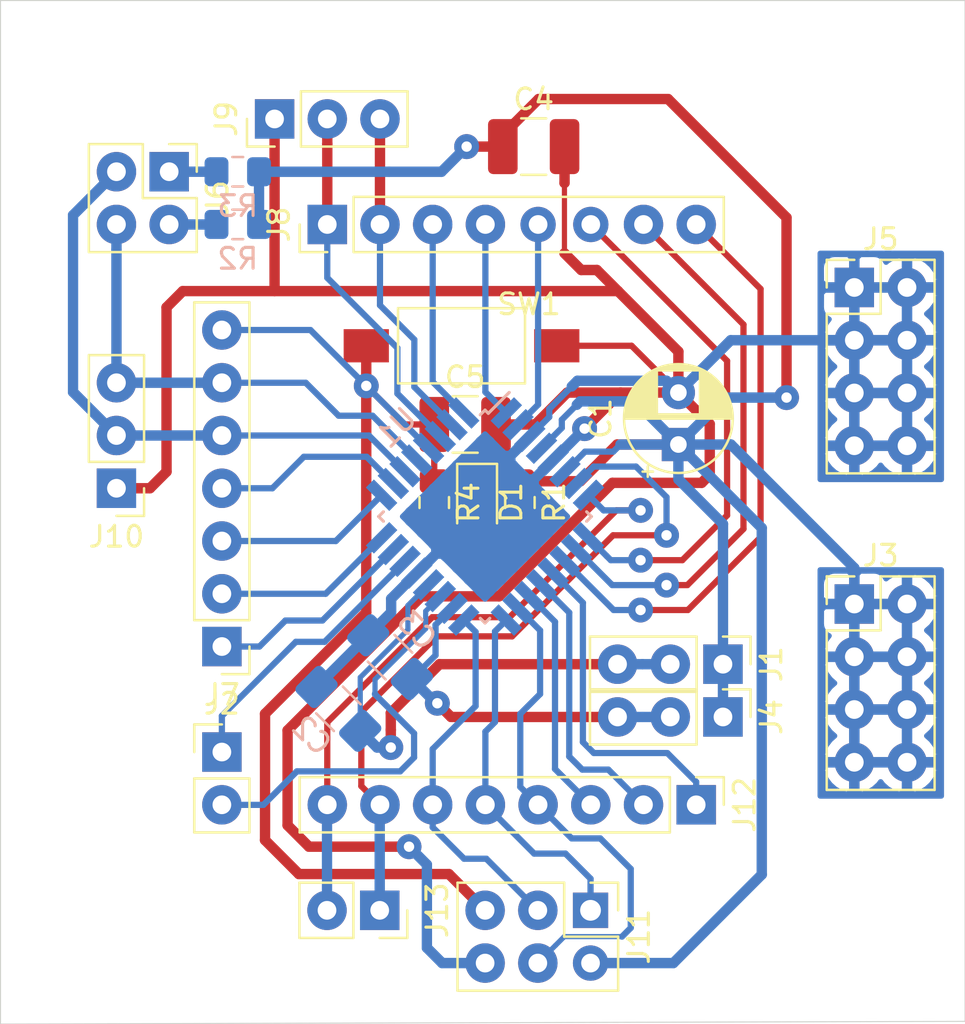
<source format=kicad_pcb>
(kicad_pcb (version 20171130) (host pcbnew "(5.1.5)-3")

  (general
    (thickness 1.6)
    (drawings 44)
    (tracks 306)
    (zones 0)
    (modules 25)
    (nets 33)
  )

  (page A4)
  (layers
    (0 F.Cu signal)
    (31 B.Cu signal)
    (32 B.Adhes user hide)
    (33 F.Adhes user hide)
    (34 B.Paste user hide)
    (35 F.Paste user hide)
    (36 B.SilkS user hide)
    (37 F.SilkS user hide)
    (38 B.Mask user hide)
    (39 F.Mask user hide)
    (40 Dwgs.User user hide)
    (41 Cmts.User user)
    (42 Eco1.User user hide)
    (43 Eco2.User user hide)
    (44 Edge.Cuts user)
    (45 Margin user hide)
    (46 B.CrtYd user hide)
    (47 F.CrtYd user)
    (48 B.Fab user hide)
    (49 F.Fab user hide)
  )

  (setup
    (last_trace_width 0.25)
    (user_trace_width 0.25)
    (user_trace_width 0.3)
    (user_trace_width 0.5)
    (trace_clearance 0.2)
    (zone_clearance 0)
    (zone_45_only no)
    (trace_min 0.2)
    (via_size 0.8)
    (via_drill 0.4)
    (via_min_size 0.4)
    (via_min_drill 0.3)
    (user_via 1.2 0.5)
    (uvia_size 0.3)
    (uvia_drill 0.1)
    (uvias_allowed no)
    (uvia_min_size 0.2)
    (uvia_min_drill 0.1)
    (edge_width 0.05)
    (segment_width 0.2)
    (pcb_text_width 0.3)
    (pcb_text_size 1.5 1.5)
    (mod_edge_width 0.12)
    (mod_text_size 1 1)
    (mod_text_width 0.15)
    (pad_size 1.9 1.9)
    (pad_drill 0.9)
    (pad_to_mask_clearance 0.051)
    (solder_mask_min_width 0.25)
    (aux_axis_origin 0 0)
    (visible_elements 7FFFFFFF)
    (pcbplotparams
      (layerselection 0x00200_7ffffffe)
      (usegerberextensions false)
      (usegerberattributes false)
      (usegerberadvancedattributes false)
      (creategerberjobfile false)
      (excludeedgelayer false)
      (linewidth 0.100000)
      (plotframeref false)
      (viasonmask true)
      (mode 1)
      (useauxorigin false)
      (hpglpennumber 1)
      (hpglpenspeed 20)
      (hpglpendiameter 15.000000)
      (psnegative false)
      (psa4output false)
      (plotreference false)
      (plotvalue false)
      (plotinvisibletext false)
      (padsonsilk true)
      (subtractmaskfromsilk false)
      (outputformat 5)
      (mirror true)
      (drillshape 2)
      (scaleselection 1)
      (outputdirectory ""))
  )

  (net 0 "")
  (net 1 GNDD)
  (net 2 /VCC)
  (net 3 "Net-(C2-Pad2)")
  (net 4 "Net-(C3-Pad1)")
  (net 5 "Net-(C5-Pad1)")
  (net 6 "Net-(D1-Pad2)")
  (net 7 "Net-(J2-Pad2)")
  (net 8 "Net-(J2-Pad1)")
  (net 9 "Net-(J10-Pad3)")
  (net 10 "Net-(J10-Pad2)")
  (net 11 "Net-(J6-Pad2)")
  (net 12 "Net-(J6-Pad1)")
  (net 13 "Net-(J7-Pad4)")
  (net 14 "Net-(J7-Pad3)")
  (net 15 "Net-(J7-Pad2)")
  (net 16 "Net-(J7-Pad1)")
  (net 17 "Net-(J8-Pad8)")
  (net 18 "Net-(J8-Pad7)")
  (net 19 "Net-(J8-Pad6)")
  (net 20 "Net-(J8-Pad5)")
  (net 21 "Net-(J8-Pad4)")
  (net 22 "Net-(J8-Pad3)")
  (net 23 "Net-(J8-Pad2)")
  (net 24 "Net-(J8-Pad1)")
  (net 25 "Net-(J11-Pad4)")
  (net 26 "Net-(J11-Pad3)")
  (net 27 "Net-(J11-Pad1)")
  (net 28 "Net-(J12-Pad8)")
  (net 29 "Net-(J12-Pad7)")
  (net 30 "Net-(J12-Pad3)")
  (net 31 "Net-(J12-Pad2)")
  (net 32 "Net-(J12-Pad1)")

  (net_class Default "Это класс цепей по умолчанию."
    (clearance 0.2)
    (trace_width 0.25)
    (via_dia 0.8)
    (via_drill 0.4)
    (uvia_dia 0.3)
    (uvia_drill 0.1)
    (add_net /VCC)
    (add_net GNDD)
    (add_net "Net-(C2-Pad2)")
    (add_net "Net-(C3-Pad1)")
    (add_net "Net-(C5-Pad1)")
    (add_net "Net-(D1-Pad2)")
    (add_net "Net-(J10-Pad2)")
    (add_net "Net-(J10-Pad3)")
    (add_net "Net-(J11-Pad1)")
    (add_net "Net-(J11-Pad3)")
    (add_net "Net-(J11-Pad4)")
    (add_net "Net-(J12-Pad1)")
    (add_net "Net-(J12-Pad2)")
    (add_net "Net-(J12-Pad3)")
    (add_net "Net-(J12-Pad7)")
    (add_net "Net-(J12-Pad8)")
    (add_net "Net-(J2-Pad1)")
    (add_net "Net-(J2-Pad2)")
    (add_net "Net-(J6-Pad1)")
    (add_net "Net-(J6-Pad2)")
    (add_net "Net-(J7-Pad1)")
    (add_net "Net-(J7-Pad2)")
    (add_net "Net-(J7-Pad3)")
    (add_net "Net-(J7-Pad4)")
    (add_net "Net-(J8-Pad1)")
    (add_net "Net-(J8-Pad2)")
    (add_net "Net-(J8-Pad3)")
    (add_net "Net-(J8-Pad4)")
    (add_net "Net-(J8-Pad5)")
    (add_net "Net-(J8-Pad6)")
    (add_net "Net-(J8-Pad7)")
    (add_net "Net-(J8-Pad8)")
  )

  (module LED_SMD:LED_0805_2012Metric_Pad1.15x1.40mm_HandSolder (layer F.Cu) (tedit 5B4B45C9) (tstamp 5ED71A55)
    (at 119.36095 115.60948 270)
    (descr "LED SMD 0805 (2012 Metric), square (rectangular) end terminal, IPC_7351 nominal, (Body size source: https://docs.google.com/spreadsheets/d/1BsfQQcO9C6DZCsRaXUlFlo91Tg2WpOkGARC1WS5S8t0/edit?usp=sharing), generated with kicad-footprint-generator")
    (tags "LED handsolder")
    (path /5EDEA477)
    (attr smd)
    (fp_text reference D1 (at 0 -1.65 90) (layer F.SilkS)
      (effects (font (size 1 1) (thickness 0.15)))
    )
    (fp_text value Red (at 0 1.65 90) (layer F.Fab)
      (effects (font (size 1 1) (thickness 0.15)))
    )
    (fp_text user %R (at 0 0 90) (layer F.Fab)
      (effects (font (size 0.5 0.5) (thickness 0.08)))
    )
    (fp_line (start 1.85 0.95) (end -1.85 0.95) (layer F.CrtYd) (width 0.05))
    (fp_line (start 1.85 -0.95) (end 1.85 0.95) (layer F.CrtYd) (width 0.05))
    (fp_line (start -1.85 -0.95) (end 1.85 -0.95) (layer F.CrtYd) (width 0.05))
    (fp_line (start -1.85 0.95) (end -1.85 -0.95) (layer F.CrtYd) (width 0.05))
    (fp_line (start -1.86 0.96) (end 1 0.96) (layer F.SilkS) (width 0.12))
    (fp_line (start -1.86 -0.96) (end -1.86 0.96) (layer F.SilkS) (width 0.12))
    (fp_line (start 1 -0.96) (end -1.86 -0.96) (layer F.SilkS) (width 0.12))
    (fp_line (start 1 0.6) (end 1 -0.6) (layer F.Fab) (width 0.1))
    (fp_line (start -1 0.6) (end 1 0.6) (layer F.Fab) (width 0.1))
    (fp_line (start -1 -0.3) (end -1 0.6) (layer F.Fab) (width 0.1))
    (fp_line (start -0.7 -0.6) (end -1 -0.3) (layer F.Fab) (width 0.1))
    (fp_line (start 1 -0.6) (end -0.7 -0.6) (layer F.Fab) (width 0.1))
    (pad 2 smd roundrect (at 1.025 0 270) (size 1.15 1.4) (layers F.Cu F.Paste F.Mask) (roundrect_rratio 0.217391)
      (net 6 "Net-(D1-Pad2)"))
    (pad 1 smd roundrect (at -1.025 0 270) (size 1.15 1.4) (layers F.Cu F.Paste F.Mask) (roundrect_rratio 0.217391)
      (net 1 GNDD))
    (model ${KISYS3DMOD}/LED_SMD.3dshapes/LED_0805_2012Metric.wrl
      (at (xyz 0 0 0))
      (scale (xyz 1 1 1))
      (rotate (xyz 0 0 0))
    )
  )

  (module Capacitor_SMD:C_1210_3225Metric_Pad1.42x2.65mm_HandSolder (layer F.Cu) (tedit 5B301BBE) (tstamp 5ED70AE1)
    (at 122.08858 98.47326)
    (descr "Capacitor SMD 1210 (3225 Metric), square (rectangular) end terminal, IPC_7351 nominal with elongated pad for handsoldering. (Body size source: http://www.tortai-tech.com/upload/download/2011102023233369053.pdf), generated with kicad-footprint-generator")
    (tags "capacitor handsolder")
    (path /5EDC8F7E)
    (attr smd)
    (fp_text reference C4 (at 0 -2.28) (layer F.SilkS)
      (effects (font (size 1 1) (thickness 0.15)))
    )
    (fp_text value 10u (at 0 2.28) (layer F.Fab)
      (effects (font (size 1 1) (thickness 0.15)))
    )
    (fp_text user %R (at 0 0) (layer F.Fab)
      (effects (font (size 0.8 0.8) (thickness 0.12)))
    )
    (fp_line (start 2.45 1.58) (end -2.45 1.58) (layer F.CrtYd) (width 0.05))
    (fp_line (start 2.45 -1.58) (end 2.45 1.58) (layer F.CrtYd) (width 0.05))
    (fp_line (start -2.45 -1.58) (end 2.45 -1.58) (layer F.CrtYd) (width 0.05))
    (fp_line (start -2.45 1.58) (end -2.45 -1.58) (layer F.CrtYd) (width 0.05))
    (fp_line (start -0.602064 1.36) (end 0.602064 1.36) (layer F.SilkS) (width 0.12))
    (fp_line (start -0.602064 -1.36) (end 0.602064 -1.36) (layer F.SilkS) (width 0.12))
    (fp_line (start 1.6 1.25) (end -1.6 1.25) (layer F.Fab) (width 0.1))
    (fp_line (start 1.6 -1.25) (end 1.6 1.25) (layer F.Fab) (width 0.1))
    (fp_line (start -1.6 -1.25) (end 1.6 -1.25) (layer F.Fab) (width 0.1))
    (fp_line (start -1.6 1.25) (end -1.6 -1.25) (layer F.Fab) (width 0.1))
    (pad 2 smd roundrect (at 1.4875 0) (size 1.425 2.65) (layers F.Cu F.Paste F.Mask) (roundrect_rratio 0.175439)
      (net 1 GNDD))
    (pad 1 smd roundrect (at -1.4875 0) (size 1.425 2.65) (layers F.Cu F.Paste F.Mask) (roundrect_rratio 0.175439)
      (net 2 /VCC))
    (model ${KISYS3DMOD}/Capacitor_SMD.3dshapes/C_1210_3225Metric.wrl
      (at (xyz 0 0 0))
      (scale (xyz 1 1 1))
      (rotate (xyz 0 0 0))
    )
  )

  (module Resistor_SMD:R_0805_2012Metric_Pad1.15x1.40mm_HandSolder (layer F.Cu) (tedit 5B36C52B) (tstamp 5ED657E5)
    (at 117.2972 115.60948 270)
    (descr "Resistor SMD 0805 (2012 Metric), square (rectangular) end terminal, IPC_7351 nominal with elongated pad for handsoldering. (Body size source: https://docs.google.com/spreadsheets/d/1BsfQQcO9C6DZCsRaXUlFlo91Tg2WpOkGARC1WS5S8t0/edit?usp=sharing), generated with kicad-footprint-generator")
    (tags "resistor handsolder")
    (path /5EEBA381)
    (attr smd)
    (fp_text reference R4 (at 0 -1.65 90) (layer F.SilkS)
      (effects (font (size 1 1) (thickness 0.15)))
    )
    (fp_text value 2k (at 0 1.65 90) (layer F.Fab)
      (effects (font (size 1 1) (thickness 0.15)))
    )
    (fp_text user %R (at 0 0 90) (layer F.Fab)
      (effects (font (size 0.5 0.5) (thickness 0.08)))
    )
    (fp_line (start 1.85 0.95) (end -1.85 0.95) (layer F.CrtYd) (width 0.05))
    (fp_line (start 1.85 -0.95) (end 1.85 0.95) (layer F.CrtYd) (width 0.05))
    (fp_line (start -1.85 -0.95) (end 1.85 -0.95) (layer F.CrtYd) (width 0.05))
    (fp_line (start -1.85 0.95) (end -1.85 -0.95) (layer F.CrtYd) (width 0.05))
    (fp_line (start -0.261252 0.71) (end 0.261252 0.71) (layer F.SilkS) (width 0.12))
    (fp_line (start -0.261252 -0.71) (end 0.261252 -0.71) (layer F.SilkS) (width 0.12))
    (fp_line (start 1 0.6) (end -1 0.6) (layer F.Fab) (width 0.1))
    (fp_line (start 1 -0.6) (end 1 0.6) (layer F.Fab) (width 0.1))
    (fp_line (start -1 -0.6) (end 1 -0.6) (layer F.Fab) (width 0.1))
    (fp_line (start -1 0.6) (end -1 -0.6) (layer F.Fab) (width 0.1))
    (pad 2 smd roundrect (at 1.025 0 270) (size 1.15 1.4) (layers F.Cu F.Paste F.Mask) (roundrect_rratio 0.217391)
      (net 2 /VCC))
    (pad 1 smd roundrect (at -1.025 0 270) (size 1.15 1.4) (layers F.Cu F.Paste F.Mask) (roundrect_rratio 0.217391)
      (net 5 "Net-(C5-Pad1)"))
    (model ${KISYS3DMOD}/Resistor_SMD.3dshapes/R_0805_2012Metric.wrl
      (at (xyz 0 0 0))
      (scale (xyz 1 1 1))
      (rotate (xyz 0 0 0))
    )
  )

  (module Resistor_SMD:R_0805_2012Metric_Pad1.15x1.40mm_HandSolder (layer B.Cu) (tedit 5B36C52B) (tstamp 5ED56B60)
    (at 107.8267 99.68484)
    (descr "Resistor SMD 0805 (2012 Metric), square (rectangular) end terminal, IPC_7351 nominal with elongated pad for handsoldering. (Body size source: https://docs.google.com/spreadsheets/d/1BsfQQcO9C6DZCsRaXUlFlo91Tg2WpOkGARC1WS5S8t0/edit?usp=sharing), generated with kicad-footprint-generator")
    (tags "resistor handsolder")
    (path /5EE8F5E5)
    (attr smd)
    (fp_text reference R3 (at 0 1.65) (layer B.SilkS)
      (effects (font (size 1 1) (thickness 0.15)) (justify mirror))
    )
    (fp_text value 2k (at 0 -1.65) (layer B.Fab)
      (effects (font (size 1 1) (thickness 0.15)) (justify mirror))
    )
    (fp_text user %R (at 0 0) (layer B.Fab)
      (effects (font (size 0.5 0.5) (thickness 0.08)) (justify mirror))
    )
    (fp_line (start 1.85 -0.95) (end -1.85 -0.95) (layer B.CrtYd) (width 0.05))
    (fp_line (start 1.85 0.95) (end 1.85 -0.95) (layer B.CrtYd) (width 0.05))
    (fp_line (start -1.85 0.95) (end 1.85 0.95) (layer B.CrtYd) (width 0.05))
    (fp_line (start -1.85 -0.95) (end -1.85 0.95) (layer B.CrtYd) (width 0.05))
    (fp_line (start -0.261252 -0.71) (end 0.261252 -0.71) (layer B.SilkS) (width 0.12))
    (fp_line (start -0.261252 0.71) (end 0.261252 0.71) (layer B.SilkS) (width 0.12))
    (fp_line (start 1 -0.6) (end -1 -0.6) (layer B.Fab) (width 0.1))
    (fp_line (start 1 0.6) (end 1 -0.6) (layer B.Fab) (width 0.1))
    (fp_line (start -1 0.6) (end 1 0.6) (layer B.Fab) (width 0.1))
    (fp_line (start -1 -0.6) (end -1 0.6) (layer B.Fab) (width 0.1))
    (pad 2 smd roundrect (at 1.025 0) (size 1.15 1.4) (layers B.Cu B.Paste B.Mask) (roundrect_rratio 0.217391)
      (net 2 /VCC))
    (pad 1 smd roundrect (at -1.025 0) (size 1.15 1.4) (layers B.Cu B.Paste B.Mask) (roundrect_rratio 0.217391)
      (net 12 "Net-(J6-Pad1)"))
    (model ${KISYS3DMOD}/Resistor_SMD.3dshapes/R_0805_2012Metric.wrl
      (at (xyz 0 0 0))
      (scale (xyz 1 1 1))
      (rotate (xyz 0 0 0))
    )
  )

  (module Resistor_SMD:R_0805_2012Metric_Pad1.15x1.40mm_HandSolder (layer B.Cu) (tedit 5B36C52B) (tstamp 5ED66D56)
    (at 107.8267 102.21976)
    (descr "Resistor SMD 0805 (2012 Metric), square (rectangular) end terminal, IPC_7351 nominal with elongated pad for handsoldering. (Body size source: https://docs.google.com/spreadsheets/d/1BsfQQcO9C6DZCsRaXUlFlo91Tg2WpOkGARC1WS5S8t0/edit?usp=sharing), generated with kicad-footprint-generator")
    (tags "resistor handsolder")
    (path /5EE9E2C5)
    (attr smd)
    (fp_text reference R2 (at 0 1.65) (layer B.SilkS)
      (effects (font (size 1 1) (thickness 0.15)) (justify mirror))
    )
    (fp_text value 2k (at 0 -1.65) (layer B.Fab)
      (effects (font (size 1 1) (thickness 0.15)) (justify mirror))
    )
    (fp_text user %R (at 0 0) (layer B.Fab)
      (effects (font (size 0.5 0.5) (thickness 0.08)) (justify mirror))
    )
    (fp_line (start 1.85 -0.95) (end -1.85 -0.95) (layer B.CrtYd) (width 0.05))
    (fp_line (start 1.85 0.95) (end 1.85 -0.95) (layer B.CrtYd) (width 0.05))
    (fp_line (start -1.85 0.95) (end 1.85 0.95) (layer B.CrtYd) (width 0.05))
    (fp_line (start -1.85 -0.95) (end -1.85 0.95) (layer B.CrtYd) (width 0.05))
    (fp_line (start -0.261252 -0.71) (end 0.261252 -0.71) (layer B.SilkS) (width 0.12))
    (fp_line (start -0.261252 0.71) (end 0.261252 0.71) (layer B.SilkS) (width 0.12))
    (fp_line (start 1 -0.6) (end -1 -0.6) (layer B.Fab) (width 0.1))
    (fp_line (start 1 0.6) (end 1 -0.6) (layer B.Fab) (width 0.1))
    (fp_line (start -1 0.6) (end 1 0.6) (layer B.Fab) (width 0.1))
    (fp_line (start -1 -0.6) (end -1 0.6) (layer B.Fab) (width 0.1))
    (pad 2 smd roundrect (at 1.025 0) (size 1.15 1.4) (layers B.Cu B.Paste B.Mask) (roundrect_rratio 0.217391)
      (net 2 /VCC))
    (pad 1 smd roundrect (at -1.025 0) (size 1.15 1.4) (layers B.Cu B.Paste B.Mask) (roundrect_rratio 0.217391)
      (net 11 "Net-(J6-Pad2)"))
    (model ${KISYS3DMOD}/Resistor_SMD.3dshapes/R_0805_2012Metric.wrl
      (at (xyz 0 0 0))
      (scale (xyz 1 1 1))
      (rotate (xyz 0 0 0))
    )
  )

  (module Resistor_SMD:R_0805_2012Metric_Pad1.15x1.40mm_HandSolder (layer F.Cu) (tedit 5B36C52B) (tstamp 5ED6629E)
    (at 121.4247 115.60948 270)
    (descr "Resistor SMD 0805 (2012 Metric), square (rectangular) end terminal, IPC_7351 nominal with elongated pad for handsoldering. (Body size source: https://docs.google.com/spreadsheets/d/1BsfQQcO9C6DZCsRaXUlFlo91Tg2WpOkGARC1WS5S8t0/edit?usp=sharing), generated with kicad-footprint-generator")
    (tags "resistor handsolder")
    (path /5EEB9499)
    (attr smd)
    (fp_text reference R1 (at 0 -1.65 90) (layer F.SilkS)
      (effects (font (size 1 1) (thickness 0.15)))
    )
    (fp_text value 2k (at 0 1.65 90) (layer F.Fab)
      (effects (font (size 1 1) (thickness 0.15)))
    )
    (fp_text user %R (at 0 0 90) (layer F.Fab)
      (effects (font (size 0.5 0.5) (thickness 0.08)))
    )
    (fp_line (start 1.85 0.95) (end -1.85 0.95) (layer F.CrtYd) (width 0.05))
    (fp_line (start 1.85 -0.95) (end 1.85 0.95) (layer F.CrtYd) (width 0.05))
    (fp_line (start -1.85 -0.95) (end 1.85 -0.95) (layer F.CrtYd) (width 0.05))
    (fp_line (start -1.85 0.95) (end -1.85 -0.95) (layer F.CrtYd) (width 0.05))
    (fp_line (start -0.261252 0.71) (end 0.261252 0.71) (layer F.SilkS) (width 0.12))
    (fp_line (start -0.261252 -0.71) (end 0.261252 -0.71) (layer F.SilkS) (width 0.12))
    (fp_line (start 1 0.6) (end -1 0.6) (layer F.Fab) (width 0.1))
    (fp_line (start 1 -0.6) (end 1 0.6) (layer F.Fab) (width 0.1))
    (fp_line (start -1 -0.6) (end 1 -0.6) (layer F.Fab) (width 0.1))
    (fp_line (start -1 0.6) (end -1 -0.6) (layer F.Fab) (width 0.1))
    (pad 2 smd roundrect (at 1.025 0 270) (size 1.15 1.4) (layers F.Cu F.Paste F.Mask) (roundrect_rratio 0.217391)
      (net 6 "Net-(D1-Pad2)"))
    (pad 1 smd roundrect (at -1.025 0 270) (size 1.15 1.4) (layers F.Cu F.Paste F.Mask) (roundrect_rratio 0.217391)
      (net 2 /VCC))
    (model ${KISYS3DMOD}/Resistor_SMD.3dshapes/R_0805_2012Metric.wrl
      (at (xyz 0 0 0))
      (scale (xyz 1 1 1))
      (rotate (xyz 0 0 0))
    )
  )

  (module Capacitor_SMD:C_1210_3225Metric_Pad1.42x2.65mm_HandSolder (layer F.Cu) (tedit 5B301BBE) (tstamp 5ED65784)
    (at 118.78564 111.85144)
    (descr "Capacitor SMD 1210 (3225 Metric), square (rectangular) end terminal, IPC_7351 nominal with elongated pad for handsoldering. (Body size source: http://www.tortai-tech.com/upload/download/2011102023233369053.pdf), generated with kicad-footprint-generator")
    (tags "capacitor handsolder")
    (path /5EE002AB)
    (attr smd)
    (fp_text reference C5 (at 0 -2.28) (layer F.SilkS)
      (effects (font (size 1 1) (thickness 0.15)))
    )
    (fp_text value 10u (at 0 2.28) (layer F.Fab)
      (effects (font (size 1 1) (thickness 0.15)))
    )
    (fp_text user %R (at 0 0) (layer F.Fab)
      (effects (font (size 0.8 0.8) (thickness 0.12)))
    )
    (fp_line (start 2.45 1.58) (end -2.45 1.58) (layer F.CrtYd) (width 0.05))
    (fp_line (start 2.45 -1.58) (end 2.45 1.58) (layer F.CrtYd) (width 0.05))
    (fp_line (start -2.45 -1.58) (end 2.45 -1.58) (layer F.CrtYd) (width 0.05))
    (fp_line (start -2.45 1.58) (end -2.45 -1.58) (layer F.CrtYd) (width 0.05))
    (fp_line (start -0.602064 1.36) (end 0.602064 1.36) (layer F.SilkS) (width 0.12))
    (fp_line (start -0.602064 -1.36) (end 0.602064 -1.36) (layer F.SilkS) (width 0.12))
    (fp_line (start 1.6 1.25) (end -1.6 1.25) (layer F.Fab) (width 0.1))
    (fp_line (start 1.6 -1.25) (end 1.6 1.25) (layer F.Fab) (width 0.1))
    (fp_line (start -1.6 -1.25) (end 1.6 -1.25) (layer F.Fab) (width 0.1))
    (fp_line (start -1.6 1.25) (end -1.6 -1.25) (layer F.Fab) (width 0.1))
    (pad 2 smd roundrect (at 1.4875 0) (size 1.425 2.65) (layers F.Cu F.Paste F.Mask) (roundrect_rratio 0.175439)
      (net 1 GNDD))
    (pad 1 smd roundrect (at -1.4875 0) (size 1.425 2.65) (layers F.Cu F.Paste F.Mask) (roundrect_rratio 0.175439)
      (net 5 "Net-(C5-Pad1)"))
    (model ${KISYS3DMOD}/Capacitor_SMD.3dshapes/C_1210_3225Metric.wrl
      (at (xyz 0 0 0))
      (scale (xyz 1 1 1))
      (rotate (xyz 0 0 0))
    )
  )

  (module Button_Switch_SMD:SW_SPST_FSMSM (layer F.Cu) (tedit 5A02FC95) (tstamp 5ED6C101)
    (at 118.6106 108.06176)
    (descr http://www.te.com/commerce/DocumentDelivery/DDEController?Action=srchrtrv&DocNm=1437566-3&DocType=Customer+Drawing&DocLang=English)
    (tags "SPST button tactile switch")
    (path /5EDFF3E3)
    (attr smd)
    (fp_text reference SW1 (at 3.25 -2) (layer F.SilkS)
      (effects (font (size 1 1) (thickness 0.15)))
    )
    (fp_text value Reset (at -4.971 -1.23952) (layer F.Fab)
      (effects (font (size 1 1) (thickness 0.15)))
    )
    (fp_text user %R (at 3.25 2.25) (layer F.Fab)
      (effects (font (size 1 1) (thickness 0.15)))
    )
    (fp_line (start -1.75 -1) (end 1.75 -1) (layer F.Fab) (width 0.1))
    (fp_line (start 1.75 -1) (end 1.75 1) (layer F.Fab) (width 0.1))
    (fp_line (start 1.75 1) (end -1.75 1) (layer F.Fab) (width 0.1))
    (fp_line (start -1.75 1) (end -1.75 -1) (layer F.Fab) (width 0.1))
    (fp_line (start -3.06 -1.81) (end 3.06 -1.81) (layer F.SilkS) (width 0.12))
    (fp_line (start 3.06 -1.81) (end 3.06 1.81) (layer F.SilkS) (width 0.12))
    (fp_line (start 3.06 1.81) (end -3.06 1.81) (layer F.SilkS) (width 0.12))
    (fp_line (start -3.06 1.81) (end -3.06 -1.81) (layer F.SilkS) (width 0.12))
    (fp_line (start -1.5 0.8) (end 1.5 0.8) (layer F.Fab) (width 0.1))
    (fp_line (start -1.5 -0.8) (end 1.5 -0.8) (layer F.Fab) (width 0.1))
    (fp_line (start 1.5 -0.8) (end 1.5 0.8) (layer F.Fab) (width 0.1))
    (fp_line (start -1.5 -0.8) (end -1.5 0.8) (layer F.Fab) (width 0.1))
    (fp_line (start -5.95 2) (end 5.95 2) (layer F.CrtYd) (width 0.05))
    (fp_line (start 5.95 -2) (end 5.95 2) (layer F.CrtYd) (width 0.05))
    (fp_line (start -3 1.75) (end 3 1.75) (layer F.Fab) (width 0.1))
    (fp_line (start -3 -1.75) (end 3 -1.75) (layer F.Fab) (width 0.1))
    (fp_line (start -3 -1.75) (end -3 1.75) (layer F.Fab) (width 0.1))
    (fp_line (start 3 -1.75) (end 3 1.75) (layer F.Fab) (width 0.1))
    (fp_line (start -5.95 -2) (end -5.95 2) (layer F.CrtYd) (width 0.05))
    (fp_line (start -5.95 -2) (end 5.95 -2) (layer F.CrtYd) (width 0.05))
    (pad 1 smd rect (at -4.59 0) (size 2.18 1.6) (layers F.Cu F.Paste F.Mask)
      (net 5 "Net-(C5-Pad1)"))
    (pad 2 smd rect (at 4.59 0) (size 2.18 1.6) (layers F.Cu F.Paste F.Mask)
      (net 1 GNDD))
    (model ${KISYS3DMOD}/Button_Switch_SMD.3dshapes/SW_SPST_FSMSM.wrl
      (at (xyz 0 0 0))
      (scale (xyz 1 1 1))
      (rotate (xyz 0 0 0))
    )
  )

  (module Connector_PinHeader_2.54mm:PinHeader_1x07_P2.54mm_Vertical (layer F.Cu) (tedit 59FED5CC) (tstamp 5ED4FD4C)
    (at 107.061 122.5423 180)
    (descr "Through hole straight pin header, 1x07, 2.54mm pitch, single row")
    (tags "Through hole pin header THT 1x07 2.54mm single row")
    (path /5ED4BE18)
    (fp_text reference J7 (at 0 -2.33) (layer F.SilkS)
      (effects (font (size 1 1) (thickness 0.15)))
    )
    (fp_text value PORT_C (at 0 17.57) (layer F.Fab)
      (effects (font (size 1 1) (thickness 0.15)))
    )
    (fp_text user %R (at 0 7.62 90) (layer F.Fab)
      (effects (font (size 1 1) (thickness 0.15)))
    )
    (fp_line (start 1.8 -1.8) (end -1.8 -1.8) (layer F.CrtYd) (width 0.05))
    (fp_line (start 1.8 17.05) (end 1.8 -1.8) (layer F.CrtYd) (width 0.05))
    (fp_line (start -1.8 17.05) (end 1.8 17.05) (layer F.CrtYd) (width 0.05))
    (fp_line (start -1.8 -1.8) (end -1.8 17.05) (layer F.CrtYd) (width 0.05))
    (fp_line (start -1.33 -1.33) (end 0 -1.33) (layer F.SilkS) (width 0.12))
    (fp_line (start -1.33 0) (end -1.33 -1.33) (layer F.SilkS) (width 0.12))
    (fp_line (start -1.33 1.27) (end 1.33 1.27) (layer F.SilkS) (width 0.12))
    (fp_line (start 1.33 1.27) (end 1.33 16.57) (layer F.SilkS) (width 0.12))
    (fp_line (start -1.33 1.27) (end -1.33 16.57) (layer F.SilkS) (width 0.12))
    (fp_line (start -1.33 16.57) (end 1.33 16.57) (layer F.SilkS) (width 0.12))
    (fp_line (start -1.27 -0.635) (end -0.635 -1.27) (layer F.Fab) (width 0.1))
    (fp_line (start -1.27 16.51) (end -1.27 -0.635) (layer F.Fab) (width 0.1))
    (fp_line (start 1.27 16.51) (end -1.27 16.51) (layer F.Fab) (width 0.1))
    (fp_line (start 1.27 -1.27) (end 1.27 16.51) (layer F.Fab) (width 0.1))
    (fp_line (start -0.635 -1.27) (end 1.27 -1.27) (layer F.Fab) (width 0.1))
    (pad 7 thru_hole oval (at 0 15.24 180) (size 1.9 1.9) (drill 0.9) (layers *.Cu *.Mask)
      (net 5 "Net-(C5-Pad1)"))
    (pad 6 thru_hole oval (at 0 12.7 180) (size 1.9 1.9) (drill 0.9) (layers *.Cu *.Mask)
      (net 9 "Net-(J10-Pad3)"))
    (pad 5 thru_hole oval (at 0 10.16 180) (size 1.9 1.9) (drill 0.9) (layers *.Cu *.Mask)
      (net 10 "Net-(J10-Pad2)"))
    (pad 4 thru_hole oval (at 0 7.62 180) (size 1.9 1.9) (drill 0.9) (layers *.Cu *.Mask)
      (net 13 "Net-(J7-Pad4)"))
    (pad 3 thru_hole oval (at 0 5.08 180) (size 1.9 1.9) (drill 0.9) (layers *.Cu *.Mask)
      (net 14 "Net-(J7-Pad3)"))
    (pad 2 thru_hole oval (at 0 2.54 180) (size 1.9 1.9) (drill 0.9) (layers *.Cu *.Mask)
      (net 15 "Net-(J7-Pad2)"))
    (pad 1 thru_hole rect (at 0 0 180) (size 1.9 1.9) (drill 0.9) (layers *.Cu *.Mask)
      (net 16 "Net-(J7-Pad1)"))
    (model ${KISYS3DMOD}/Connector_PinHeader_2.54mm.3dshapes/PinHeader_1x07_P2.54mm_Vertical.wrl
      (at (xyz 0 0 0))
      (scale (xyz 1 1 1))
      (rotate (xyz 0 0 0))
    )
  )

  (module Package_QFP:TQFP-32_7x7mm_P0.8mm (layer B.Cu) (tedit 5A02F146) (tstamp 5ED6AC95)
    (at 119.743319 116.283206 225)
    (descr "32-Lead Plastic Thin Quad Flatpack (PT) - 7x7x1.0 mm Body, 2.00 mm [TQFP] (see Microchip Packaging Specification 00000049BS.pdf)")
    (tags "QFP 0.8")
    (path /5ED48B74)
    (attr smd)
    (fp_text reference U1 (at 0 6.05 45) (layer B.SilkS)
      (effects (font (size 1 1) (thickness 0.15)) (justify mirror))
    )
    (fp_text value ATmega88PA-AU (at 0 -6.05 45) (layer B.Fab)
      (effects (font (size 1 1) (thickness 0.15)) (justify mirror))
    )
    (fp_line (start -3.625 3.4) (end -5.05 3.4) (layer B.SilkS) (width 0.15))
    (fp_line (start 3.625 3.625) (end 3.3 3.625) (layer B.SilkS) (width 0.15))
    (fp_line (start 3.625 -3.625) (end 3.3 -3.625) (layer B.SilkS) (width 0.15))
    (fp_line (start -3.625 -3.625) (end -3.3 -3.625) (layer B.SilkS) (width 0.15))
    (fp_line (start -3.625 3.625) (end -3.3 3.625) (layer B.SilkS) (width 0.15))
    (fp_line (start -3.625 -3.625) (end -3.625 -3.3) (layer B.SilkS) (width 0.15))
    (fp_line (start 3.625 -3.625) (end 3.625 -3.3) (layer B.SilkS) (width 0.15))
    (fp_line (start 3.625 3.625) (end 3.625 3.3) (layer B.SilkS) (width 0.15))
    (fp_line (start -3.625 3.625) (end -3.625 3.4) (layer B.SilkS) (width 0.15))
    (fp_line (start -5.3 -5.3) (end 5.3 -5.3) (layer B.CrtYd) (width 0.05))
    (fp_line (start -5.3 5.3) (end 5.3 5.3) (layer B.CrtYd) (width 0.05))
    (fp_line (start 5.3 5.3) (end 5.3 -5.3) (layer B.CrtYd) (width 0.05))
    (fp_line (start -5.3 5.3) (end -5.3 -5.3) (layer B.CrtYd) (width 0.05))
    (fp_line (start -3.5 2.5) (end -2.5 3.5) (layer B.Fab) (width 0.15))
    (fp_line (start -3.5 -3.5) (end -3.5 2.5) (layer B.Fab) (width 0.15))
    (fp_line (start 3.5 -3.5) (end -3.5 -3.5) (layer B.Fab) (width 0.15))
    (fp_line (start 3.5 3.5) (end 3.5 -3.5) (layer B.Fab) (width 0.15))
    (fp_line (start -2.5 3.5) (end 3.5 3.5) (layer B.Fab) (width 0.15))
    (fp_text user %R (at 0 0 45) (layer B.Fab)
      (effects (font (size 1 1) (thickness 0.15)) (justify mirror))
    )
    (pad 32 smd rect (at -2.8 4.25 135) (size 1.6 0.55) (layers B.Cu B.Paste B.Mask)
      (net 22 "Net-(J8-Pad3)"))
    (pad 31 smd rect (at -2 4.25 135) (size 1.6 0.55) (layers B.Cu B.Paste B.Mask)
      (net 23 "Net-(J8-Pad2)"))
    (pad 30 smd rect (at -1.2 4.25 135) (size 1.6 0.55) (layers B.Cu B.Paste B.Mask)
      (net 24 "Net-(J8-Pad1)"))
    (pad 29 smd rect (at -0.4 4.25 135) (size 1.6 0.55) (layers B.Cu B.Paste B.Mask)
      (net 5 "Net-(C5-Pad1)"))
    (pad 28 smd rect (at 0.4 4.25 135) (size 1.6 0.55) (layers B.Cu B.Paste B.Mask)
      (net 9 "Net-(J10-Pad3)"))
    (pad 27 smd rect (at 1.2 4.25 135) (size 1.6 0.55) (layers B.Cu B.Paste B.Mask)
      (net 10 "Net-(J10-Pad2)"))
    (pad 26 smd rect (at 2 4.25 135) (size 1.6 0.55) (layers B.Cu B.Paste B.Mask)
      (net 13 "Net-(J7-Pad4)"))
    (pad 25 smd rect (at 2.8 4.25 135) (size 1.6 0.55) (layers B.Cu B.Paste B.Mask)
      (net 14 "Net-(J7-Pad3)"))
    (pad 24 smd rect (at 4.25 2.8 225) (size 1.6 0.55) (layers B.Cu B.Paste B.Mask)
      (net 15 "Net-(J7-Pad2)"))
    (pad 23 smd rect (at 4.25 2 225) (size 1.6 0.55) (layers B.Cu B.Paste B.Mask)
      (net 16 "Net-(J7-Pad1)"))
    (pad 22 smd rect (at 4.25 1.2 225) (size 1.6 0.55) (layers B.Cu B.Paste B.Mask)
      (net 8 "Net-(J2-Pad1)"))
    (pad 21 smd rect (at 4.25 0.4 225) (size 1.6 0.55) (layers B.Cu B.Paste B.Mask)
      (net 1 GNDD))
    (pad 20 smd rect (at 4.25 -0.4 225) (size 1.6 0.55) (layers B.Cu B.Paste B.Mask)
      (net 3 "Net-(C2-Pad2)"))
    (pad 19 smd rect (at 4.25 -1.2 225) (size 1.6 0.55) (layers B.Cu B.Paste B.Mask)
      (net 7 "Net-(J2-Pad2)"))
    (pad 18 smd rect (at 4.25 -2 225) (size 1.6 0.55) (layers B.Cu B.Paste B.Mask)
      (net 4 "Net-(C3-Pad1)"))
    (pad 17 smd rect (at 4.25 -2.8 225) (size 1.6 0.55) (layers B.Cu B.Paste B.Mask)
      (net 26 "Net-(J11-Pad3)"))
    (pad 16 smd rect (at 2.8 -4.25 135) (size 1.6 0.55) (layers B.Cu B.Paste B.Mask)
      (net 27 "Net-(J11-Pad1)"))
    (pad 15 smd rect (at 2 -4.25 135) (size 1.6 0.55) (layers B.Cu B.Paste B.Mask)
      (net 25 "Net-(J11-Pad4)"))
    (pad 14 smd rect (at 1.2 -4.25 135) (size 1.6 0.55) (layers B.Cu B.Paste B.Mask)
      (net 30 "Net-(J12-Pad3)"))
    (pad 13 smd rect (at 0.4 -4.25 135) (size 1.6 0.55) (layers B.Cu B.Paste B.Mask)
      (net 31 "Net-(J12-Pad2)"))
    (pad 12 smd rect (at -0.4 -4.25 135) (size 1.6 0.55) (layers B.Cu B.Paste B.Mask)
      (net 32 "Net-(J12-Pad1)"))
    (pad 11 smd rect (at -1.2 -4.25 135) (size 1.6 0.55) (layers B.Cu B.Paste B.Mask)
      (net 17 "Net-(J8-Pad8)"))
    (pad 10 smd rect (at -2 -4.25 135) (size 1.6 0.55) (layers B.Cu B.Paste B.Mask)
      (net 18 "Net-(J8-Pad7)"))
    (pad 9 smd rect (at -2.8 -4.25 135) (size 1.6 0.55) (layers B.Cu B.Paste B.Mask)
      (net 19 "Net-(J8-Pad6)"))
    (pad 8 smd rect (at -4.25 -2.8 225) (size 1.6 0.55) (layers B.Cu B.Paste B.Mask)
      (net 28 "Net-(J12-Pad8)"))
    (pad 7 smd rect (at -4.25 -2 225) (size 1.6 0.55) (layers B.Cu B.Paste B.Mask)
      (net 29 "Net-(J12-Pad7)"))
    (pad 6 smd rect (at -4.25 -1.2 225) (size 1.6 0.55) (layers B.Cu B.Paste B.Mask)
      (net 2 /VCC))
    (pad 5 smd rect (at -4.25 -0.4 225) (size 1.6 0.55) (layers B.Cu B.Paste B.Mask)
      (net 1 GNDD))
    (pad 4 smd rect (at -4.25 0.4 225) (size 1.6 0.55) (layers B.Cu B.Paste B.Mask)
      (net 2 /VCC))
    (pad 3 smd rect (at -4.25 1.2 225) (size 1.6 0.55) (layers B.Cu B.Paste B.Mask)
      (net 1 GNDD))
    (pad 2 smd rect (at -4.25 2 225) (size 1.6 0.55) (layers B.Cu B.Paste B.Mask)
      (net 20 "Net-(J8-Pad5)"))
    (pad 1 smd rect (at -4.25 2.8 225) (size 1.6 0.55) (layers B.Cu B.Paste B.Mask)
      (net 21 "Net-(J8-Pad4)"))
    (model ${KISYS3DMOD}/Package_QFP.3dshapes/TQFP-32_7x7mm_P0.8mm.wrl
      (at (xyz 0 0 0))
      (scale (xyz 1 1 1))
      (rotate (xyz 0 0 0))
    )
  )

  (module Connector_PinSocket_2.54mm:PinSocket_1x02_P2.54mm_Vertical (layer F.Cu) (tedit 5A19A420) (tstamp 5ED4FDE4)
    (at 114.6683 135.2423 270)
    (descr "Through hole straight socket strip, 1x02, 2.54mm pitch, single row (from Kicad 4.0.7), script generated")
    (tags "Through hole socket strip THT 1x02 2.54mm single row")
    (path /5EEC7F61)
    (fp_text reference J13 (at 0 -2.77 90) (layer F.SilkS)
      (effects (font (size 1 1) (thickness 0.15)))
    )
    (fp_text value Crystal (at 0 5.31 90) (layer F.Fab)
      (effects (font (size 1 1) (thickness 0.15)))
    )
    (fp_text user %R (at 0 1.27) (layer F.Fab)
      (effects (font (size 1 1) (thickness 0.15)))
    )
    (fp_line (start -1.8 4.3) (end -1.8 -1.8) (layer F.CrtYd) (width 0.05))
    (fp_line (start 1.75 4.3) (end -1.8 4.3) (layer F.CrtYd) (width 0.05))
    (fp_line (start 1.75 -1.8) (end 1.75 4.3) (layer F.CrtYd) (width 0.05))
    (fp_line (start -1.8 -1.8) (end 1.75 -1.8) (layer F.CrtYd) (width 0.05))
    (fp_line (start 0 -1.33) (end 1.33 -1.33) (layer F.SilkS) (width 0.12))
    (fp_line (start 1.33 -1.33) (end 1.33 0) (layer F.SilkS) (width 0.12))
    (fp_line (start 1.33 1.27) (end 1.33 3.87) (layer F.SilkS) (width 0.12))
    (fp_line (start -1.33 3.87) (end 1.33 3.87) (layer F.SilkS) (width 0.12))
    (fp_line (start -1.33 1.27) (end -1.33 3.87) (layer F.SilkS) (width 0.12))
    (fp_line (start -1.33 1.27) (end 1.33 1.27) (layer F.SilkS) (width 0.12))
    (fp_line (start -1.27 3.81) (end -1.27 -1.27) (layer F.Fab) (width 0.1))
    (fp_line (start 1.27 3.81) (end -1.27 3.81) (layer F.Fab) (width 0.1))
    (fp_line (start 1.27 -0.635) (end 1.27 3.81) (layer F.Fab) (width 0.1))
    (fp_line (start 0.635 -1.27) (end 1.27 -0.635) (layer F.Fab) (width 0.1))
    (fp_line (start -1.27 -1.27) (end 0.635 -1.27) (layer F.Fab) (width 0.1))
    (pad 2 thru_hole oval (at 0 2.54 270) (size 1.9 1.9) (drill 0.9) (layers *.Cu *.Mask)
      (net 28 "Net-(J12-Pad8)"))
    (pad 1 thru_hole rect (at 0 0 270) (size 1.9 1.9) (drill 0.9) (layers *.Cu *.Mask)
      (net 29 "Net-(J12-Pad7)"))
    (model ${KISYS3DMOD}/Connector_PinSocket_2.54mm.3dshapes/PinSocket_1x02_P2.54mm_Vertical.wrl
      (at (xyz 0 0 0))
      (scale (xyz 1 1 1))
      (rotate (xyz 0 0 0))
    )
  )

  (module Connector_PinHeader_2.54mm:PinHeader_1x08_P2.54mm_Vertical (layer F.Cu) (tedit 59FED5CC) (tstamp 5ED55011)
    (at 129.921 130.1623 270)
    (descr "Through hole straight pin header, 1x08, 2.54mm pitch, single row")
    (tags "Through hole pin header THT 1x08 2.54mm single row")
    (path /5ED49C85)
    (fp_text reference J12 (at 0 -2.33 90) (layer F.SilkS)
      (effects (font (size 1 1) (thickness 0.15)))
    )
    (fp_text value PORT_B (at 0 20.11 90) (layer F.Fab)
      (effects (font (size 1 1) (thickness 0.15)))
    )
    (fp_text user %R (at 0 8.89) (layer F.Fab)
      (effects (font (size 1 1) (thickness 0.15)))
    )
    (fp_line (start 1.8 -1.8) (end -1.8 -1.8) (layer F.CrtYd) (width 0.05))
    (fp_line (start 1.8 19.55) (end 1.8 -1.8) (layer F.CrtYd) (width 0.05))
    (fp_line (start -1.8 19.55) (end 1.8 19.55) (layer F.CrtYd) (width 0.05))
    (fp_line (start -1.8 -1.8) (end -1.8 19.55) (layer F.CrtYd) (width 0.05))
    (fp_line (start -1.33 -1.33) (end 0 -1.33) (layer F.SilkS) (width 0.12))
    (fp_line (start -1.33 0) (end -1.33 -1.33) (layer F.SilkS) (width 0.12))
    (fp_line (start -1.33 1.27) (end 1.33 1.27) (layer F.SilkS) (width 0.12))
    (fp_line (start 1.33 1.27) (end 1.33 19.11) (layer F.SilkS) (width 0.12))
    (fp_line (start -1.33 1.27) (end -1.33 19.11) (layer F.SilkS) (width 0.12))
    (fp_line (start -1.33 19.11) (end 1.33 19.11) (layer F.SilkS) (width 0.12))
    (fp_line (start -1.27 -0.635) (end -0.635 -1.27) (layer F.Fab) (width 0.1))
    (fp_line (start -1.27 19.05) (end -1.27 -0.635) (layer F.Fab) (width 0.1))
    (fp_line (start 1.27 19.05) (end -1.27 19.05) (layer F.Fab) (width 0.1))
    (fp_line (start 1.27 -1.27) (end 1.27 19.05) (layer F.Fab) (width 0.1))
    (fp_line (start -0.635 -1.27) (end 1.27 -1.27) (layer F.Fab) (width 0.1))
    (pad 8 thru_hole oval (at 0 17.78 270) (size 1.9 1.9) (drill 0.9) (layers *.Cu *.Mask)
      (net 28 "Net-(J12-Pad8)"))
    (pad 7 thru_hole oval (at 0 15.24 270) (size 1.9 1.9) (drill 0.9) (layers *.Cu *.Mask)
      (net 29 "Net-(J12-Pad7)"))
    (pad 6 thru_hole oval (at 0 12.7 270) (size 1.9 1.9) (drill 0.9) (layers *.Cu *.Mask)
      (net 26 "Net-(J11-Pad3)"))
    (pad 5 thru_hole oval (at 0 10.16 270) (size 1.9 1.9) (drill 0.9) (layers *.Cu *.Mask)
      (net 27 "Net-(J11-Pad1)"))
    (pad 4 thru_hole oval (at 0 7.62 270) (size 1.9 1.9) (drill 0.9) (layers *.Cu *.Mask)
      (net 25 "Net-(J11-Pad4)"))
    (pad 3 thru_hole oval (at 0 5.08 270) (size 1.9 1.9) (drill 0.9) (layers *.Cu *.Mask)
      (net 30 "Net-(J12-Pad3)"))
    (pad 2 thru_hole oval (at 0 2.54 270) (size 1.9 1.9) (drill 0.9) (layers *.Cu *.Mask)
      (net 31 "Net-(J12-Pad2)"))
    (pad 1 thru_hole rect (at 0 0 270) (size 1.9 1.9) (drill 0.9) (layers *.Cu *.Mask)
      (net 32 "Net-(J12-Pad1)"))
    (model ${KISYS3DMOD}/Connector_PinHeader_2.54mm.3dshapes/PinHeader_1x08_P2.54mm_Vertical.wrl
      (at (xyz 0 0 0))
      (scale (xyz 1 1 1))
      (rotate (xyz 0 0 0))
    )
  )

  (module Connector_PinHeader_2.54mm:PinHeader_2x03_P2.54mm_Vertical (layer F.Cu) (tedit 59FED5CC) (tstamp 5ED5BA80)
    (at 124.828299 135.242298 270)
    (descr "Through hole straight pin header, 2x03, 2.54mm pitch, double rows")
    (tags "Through hole pin header THT 2x03 2.54mm double row")
    (path /5ED8E8AB)
    (fp_text reference J11 (at 1.27 -2.33 90) (layer F.SilkS)
      (effects (font (size 1 1) (thickness 0.15)))
    )
    (fp_text value SPI (at 1.27 7.41 90) (layer F.Fab)
      (effects (font (size 1 1) (thickness 0.15)))
    )
    (fp_text user %R (at 1.27 2.54) (layer F.Fab)
      (effects (font (size 1 1) (thickness 0.15)))
    )
    (fp_line (start 4.35 -1.8) (end -1.8 -1.8) (layer F.CrtYd) (width 0.05))
    (fp_line (start 4.35 6.85) (end 4.35 -1.8) (layer F.CrtYd) (width 0.05))
    (fp_line (start -1.8 6.85) (end 4.35 6.85) (layer F.CrtYd) (width 0.05))
    (fp_line (start -1.8 -1.8) (end -1.8 6.85) (layer F.CrtYd) (width 0.05))
    (fp_line (start -1.33 -1.33) (end 0 -1.33) (layer F.SilkS) (width 0.12))
    (fp_line (start -1.33 0) (end -1.33 -1.33) (layer F.SilkS) (width 0.12))
    (fp_line (start 1.27 -1.33) (end 3.87 -1.33) (layer F.SilkS) (width 0.12))
    (fp_line (start 1.27 1.27) (end 1.27 -1.33) (layer F.SilkS) (width 0.12))
    (fp_line (start -1.33 1.27) (end 1.27 1.27) (layer F.SilkS) (width 0.12))
    (fp_line (start 3.87 -1.33) (end 3.87 6.41) (layer F.SilkS) (width 0.12))
    (fp_line (start -1.33 1.27) (end -1.33 6.41) (layer F.SilkS) (width 0.12))
    (fp_line (start -1.33 6.41) (end 3.87 6.41) (layer F.SilkS) (width 0.12))
    (fp_line (start -1.27 0) (end 0 -1.27) (layer F.Fab) (width 0.1))
    (fp_line (start -1.27 6.35) (end -1.27 0) (layer F.Fab) (width 0.1))
    (fp_line (start 3.81 6.35) (end -1.27 6.35) (layer F.Fab) (width 0.1))
    (fp_line (start 3.81 -1.27) (end 3.81 6.35) (layer F.Fab) (width 0.1))
    (fp_line (start 0 -1.27) (end 3.81 -1.27) (layer F.Fab) (width 0.1))
    (pad 6 thru_hole oval (at 2.54 5.08 270) (size 1.9 1.9) (drill 0.9) (layers *.Cu *.Mask)
      (net 1 GNDD))
    (pad 5 thru_hole oval (at 0 5.08 270) (size 1.9 1.9) (drill 0.9) (layers *.Cu *.Mask)
      (net 5 "Net-(C5-Pad1)"))
    (pad 4 thru_hole oval (at 2.54 2.54 270) (size 1.9 1.9) (drill 0.9) (layers *.Cu *.Mask)
      (net 25 "Net-(J11-Pad4)"))
    (pad 3 thru_hole oval (at 0 2.54 270) (size 1.9 1.9) (drill 0.9) (layers *.Cu *.Mask)
      (net 26 "Net-(J11-Pad3)"))
    (pad 2 thru_hole oval (at 2.54 0 270) (size 1.7 1.7) (drill 0.9) (layers *.Cu *.Mask)
      (net 2 /VCC))
    (pad 1 thru_hole rect (at 0 0 270) (size 1.7 1.7) (drill 1) (layers *.Cu *.Mask)
      (net 27 "Net-(J11-Pad1)"))
    (model ${KISYS3DMOD}/Connector_PinHeader_2.54mm.3dshapes/PinHeader_2x03_P2.54mm_Vertical.wrl
      (at (xyz 0 0 0))
      (scale (xyz 1 1 1))
      (rotate (xyz 0 0 0))
    )
  )

  (module Connector_PinHeader_2.54mm:PinHeader_1x03_P2.54mm_Vertical (layer F.Cu) (tedit 59FED5CC) (tstamp 5ED4FD96)
    (at 101.981 114.9223 180)
    (descr "Through hole straight pin header, 1x03, 2.54mm pitch, single row")
    (tags "Through hole pin header THT 1x03 2.54mm single row")
    (path /5EE4C3F1)
    (fp_text reference J10 (at 0 -2.33) (layer F.SilkS)
      (effects (font (size 1 1) (thickness 0.15)))
    )
    (fp_text value TWI (at 0 7.41) (layer F.Fab)
      (effects (font (size 1 1) (thickness 0.15)))
    )
    (fp_text user %R (at 0 2.54 90) (layer F.Fab)
      (effects (font (size 1 1) (thickness 0.15)))
    )
    (fp_line (start 1.8 -1.8) (end -1.8 -1.8) (layer F.CrtYd) (width 0.05))
    (fp_line (start 1.8 6.85) (end 1.8 -1.8) (layer F.CrtYd) (width 0.05))
    (fp_line (start -1.8 6.85) (end 1.8 6.85) (layer F.CrtYd) (width 0.05))
    (fp_line (start -1.8 -1.8) (end -1.8 6.85) (layer F.CrtYd) (width 0.05))
    (fp_line (start -1.33 -1.33) (end 0 -1.33) (layer F.SilkS) (width 0.12))
    (fp_line (start -1.33 0) (end -1.33 -1.33) (layer F.SilkS) (width 0.12))
    (fp_line (start -1.33 1.27) (end 1.33 1.27) (layer F.SilkS) (width 0.12))
    (fp_line (start 1.33 1.27) (end 1.33 6.41) (layer F.SilkS) (width 0.12))
    (fp_line (start -1.33 1.27) (end -1.33 6.41) (layer F.SilkS) (width 0.12))
    (fp_line (start -1.33 6.41) (end 1.33 6.41) (layer F.SilkS) (width 0.12))
    (fp_line (start -1.27 -0.635) (end -0.635 -1.27) (layer F.Fab) (width 0.1))
    (fp_line (start -1.27 6.35) (end -1.27 -0.635) (layer F.Fab) (width 0.1))
    (fp_line (start 1.27 6.35) (end -1.27 6.35) (layer F.Fab) (width 0.1))
    (fp_line (start 1.27 -1.27) (end 1.27 6.35) (layer F.Fab) (width 0.1))
    (fp_line (start -0.635 -1.27) (end 1.27 -1.27) (layer F.Fab) (width 0.1))
    (pad 3 thru_hole oval (at 0 5.08 180) (size 1.9 1.9) (drill 0.9) (layers *.Cu *.Mask)
      (net 9 "Net-(J10-Pad3)"))
    (pad 2 thru_hole oval (at 0 2.54 180) (size 1.9 1.9) (drill 0.9) (layers *.Cu *.Mask)
      (net 10 "Net-(J10-Pad2)"))
    (pad 1 thru_hole rect (at 0 0 180) (size 1.9 1.9) (drill 0.9) (layers *.Cu *.Mask)
      (net 1 GNDD))
    (model ${KISYS3DMOD}/Connector_PinHeader_2.54mm.3dshapes/PinHeader_1x03_P2.54mm_Vertical.wrl
      (at (xyz 0 0 0))
      (scale (xyz 1 1 1))
      (rotate (xyz 0 0 0))
    )
  )

  (module Connector_PinHeader_2.54mm:PinHeader_1x03_P2.54mm_Vertical (layer F.Cu) (tedit 5ED625D0) (tstamp 5ED563F6)
    (at 109.601 97.1423 90)
    (descr "Through hole straight pin header, 1x03, 2.54mm pitch, single row")
    (tags "Through hole pin header THT 1x03 2.54mm single row")
    (path /5EE28975)
    (fp_text reference J9 (at 0 -2.33 90) (layer F.SilkS)
      (effects (font (size 1 1) (thickness 0.15)))
    )
    (fp_text value UART (at 0 7.41 90) (layer F.Fab)
      (effects (font (size 1 1) (thickness 0.15)))
    )
    (fp_text user %R (at 0 2.54) (layer F.Fab)
      (effects (font (size 1 1) (thickness 0.15)))
    )
    (fp_line (start 1.8 -1.8) (end -1.8 -1.8) (layer F.CrtYd) (width 0.05))
    (fp_line (start 1.8 6.85) (end 1.8 -1.8) (layer F.CrtYd) (width 0.05))
    (fp_line (start -1.8 6.85) (end 1.8 6.85) (layer F.CrtYd) (width 0.05))
    (fp_line (start -1.8 -1.8) (end -1.8 6.85) (layer F.CrtYd) (width 0.05))
    (fp_line (start -1.33 -1.33) (end 0 -1.33) (layer F.SilkS) (width 0.12))
    (fp_line (start -1.33 0) (end -1.33 -1.33) (layer F.SilkS) (width 0.12))
    (fp_line (start -1.33 1.27) (end 1.33 1.27) (layer F.SilkS) (width 0.12))
    (fp_line (start 1.33 1.27) (end 1.33 6.41) (layer F.SilkS) (width 0.12))
    (fp_line (start -1.33 1.27) (end -1.33 6.41) (layer F.SilkS) (width 0.12))
    (fp_line (start -1.33 6.41) (end 1.33 6.41) (layer F.SilkS) (width 0.12))
    (fp_line (start -1.27 -0.635) (end -0.635 -1.27) (layer F.Fab) (width 0.1))
    (fp_line (start -1.27 6.35) (end -1.27 -0.635) (layer F.Fab) (width 0.1))
    (fp_line (start 1.27 6.35) (end -1.27 6.35) (layer F.Fab) (width 0.1))
    (fp_line (start 1.27 -1.27) (end 1.27 6.35) (layer F.Fab) (width 0.1))
    (fp_line (start -0.635 -1.27) (end 1.27 -1.27) (layer F.Fab) (width 0.1))
    (pad 3 thru_hole oval (at 0 5.08 90) (size 1.9 1.9) (drill 0.9) (layers *.Cu *.Mask)
      (net 23 "Net-(J8-Pad2)"))
    (pad 2 thru_hole oval (at 0 2.54 90) (size 1.9 1.9) (drill 0.9) (layers *.Cu *.Mask)
      (net 24 "Net-(J8-Pad1)"))
    (pad 1 thru_hole rect (at 0 0 90) (size 1.9 1.9) (drill 0.9) (layers *.Cu *.Mask)
      (net 1 GNDD))
    (model ${KISYS3DMOD}/Connector_PinHeader_2.54mm.3dshapes/PinHeader_1x03_P2.54mm_Vertical.wrl
      (at (xyz 0 0 0))
      (scale (xyz 1 1 1))
      (rotate (xyz 0 0 0))
    )
  )

  (module Connector_PinHeader_2.54mm:PinHeader_1x08_P2.54mm_Vertical (layer F.Cu) (tedit 5ED62659) (tstamp 5ED56149)
    (at 112.141 102.2223 90)
    (descr "Through hole straight pin header, 1x08, 2.54mm pitch, single row")
    (tags "Through hole pin header THT 1x08 2.54mm single row")
    (path /5ED4D7C2)
    (fp_text reference J8 (at 0 -2.33 90) (layer F.SilkS)
      (effects (font (size 1 1) (thickness 0.15)))
    )
    (fp_text value PORT_D (at 0 20.11 90) (layer F.Fab)
      (effects (font (size 1 1) (thickness 0.15)))
    )
    (fp_text user %R (at 0 8.89) (layer F.Fab)
      (effects (font (size 1 1) (thickness 0.15)))
    )
    (fp_line (start 1.8 -1.8) (end -1.8 -1.8) (layer F.CrtYd) (width 0.05))
    (fp_line (start 1.8 19.55) (end 1.8 -1.8) (layer F.CrtYd) (width 0.05))
    (fp_line (start -1.8 19.55) (end 1.8 19.55) (layer F.CrtYd) (width 0.05))
    (fp_line (start -1.8 -1.8) (end -1.8 19.55) (layer F.CrtYd) (width 0.05))
    (fp_line (start -1.33 -1.33) (end 0 -1.33) (layer F.SilkS) (width 0.12))
    (fp_line (start -1.33 0) (end -1.33 -1.33) (layer F.SilkS) (width 0.12))
    (fp_line (start -1.33 1.27) (end 1.33 1.27) (layer F.SilkS) (width 0.12))
    (fp_line (start 1.33 1.27) (end 1.33 19.11) (layer F.SilkS) (width 0.12))
    (fp_line (start -1.33 1.27) (end -1.33 19.11) (layer F.SilkS) (width 0.12))
    (fp_line (start -1.33 19.11) (end 1.33 19.11) (layer F.SilkS) (width 0.12))
    (fp_line (start -1.27 -0.635) (end -0.635 -1.27) (layer F.Fab) (width 0.1))
    (fp_line (start -1.27 19.05) (end -1.27 -0.635) (layer F.Fab) (width 0.1))
    (fp_line (start 1.27 19.05) (end -1.27 19.05) (layer F.Fab) (width 0.1))
    (fp_line (start 1.27 -1.27) (end 1.27 19.05) (layer F.Fab) (width 0.1))
    (fp_line (start -0.635 -1.27) (end 1.27 -1.27) (layer F.Fab) (width 0.1))
    (pad 8 thru_hole oval (at 0 17.78 90) (size 1.9 1.9) (drill 0.9) (layers *.Cu *.Mask)
      (net 17 "Net-(J8-Pad8)"))
    (pad 7 thru_hole oval (at 0 15.24 90) (size 1.9 1.9) (drill 0.9) (layers *.Cu *.Mask)
      (net 18 "Net-(J8-Pad7)"))
    (pad 6 thru_hole oval (at 0 12.7 90) (size 1.7 1.7) (drill 0.9) (layers *.Cu *.Mask)
      (net 19 "Net-(J8-Pad6)"))
    (pad 5 thru_hole oval (at 0 10.16 90) (size 1.7 1.7) (drill 0.9) (layers *.Cu *.Mask)
      (net 20 "Net-(J8-Pad5)"))
    (pad 4 thru_hole oval (at 0 7.62 90) (size 1.9 1.9) (drill 0.9) (layers *.Cu *.Mask)
      (net 21 "Net-(J8-Pad4)"))
    (pad 3 thru_hole oval (at 0 5.08 90) (size 1.9 1.9) (drill 0.9) (layers *.Cu *.Mask)
      (net 22 "Net-(J8-Pad3)"))
    (pad 2 thru_hole oval (at 0 2.54 90) (size 1.9 1.9) (drill 0.9) (layers *.Cu *.Mask)
      (net 23 "Net-(J8-Pad2)"))
    (pad 1 thru_hole rect (at 0 0 90) (size 1.9 1.9) (drill 0.9) (layers *.Cu *.Mask)
      (net 24 "Net-(J8-Pad1)"))
    (model ${KISYS3DMOD}/Connector_PinHeader_2.54mm.3dshapes/PinHeader_1x08_P2.54mm_Vertical.wrl
      (at (xyz 0 0 0))
      (scale (xyz 1 1 1))
      (rotate (xyz 0 0 0))
    )
  )

  (module Connector_PinHeader_2.54mm:PinHeader_2x02_P2.54mm_Vertical (layer F.Cu) (tedit 59FED5CC) (tstamp 5ED4FD30)
    (at 104.521 99.6823 270)
    (descr "Through hole straight pin header, 2x02, 2.54mm pitch, double rows")
    (tags "Through hole pin header THT 2x02 2.54mm double row")
    (path /5EE6CB8E)
    (fp_text reference J6 (at 1.27 -2.33 90) (layer F.SilkS)
      (effects (font (size 1 1) (thickness 0.15)))
    )
    (fp_text value TWI_PUP (at 1.27 4.87 90) (layer F.Fab)
      (effects (font (size 1 1) (thickness 0.15)))
    )
    (fp_line (start 0 -1.27) (end 3.81 -1.27) (layer F.Fab) (width 0.1))
    (fp_line (start 3.81 -1.27) (end 3.81 3.81) (layer F.Fab) (width 0.1))
    (fp_line (start 3.81 3.81) (end -1.27 3.81) (layer F.Fab) (width 0.1))
    (fp_line (start -1.27 3.81) (end -1.27 0) (layer F.Fab) (width 0.1))
    (fp_line (start -1.27 0) (end 0 -1.27) (layer F.Fab) (width 0.1))
    (fp_line (start -1.33 3.87) (end 3.87 3.87) (layer F.SilkS) (width 0.12))
    (fp_line (start -1.33 1.27) (end -1.33 3.87) (layer F.SilkS) (width 0.12))
    (fp_line (start 3.87 -1.33) (end 3.87 3.87) (layer F.SilkS) (width 0.12))
    (fp_line (start -1.33 1.27) (end 1.27 1.27) (layer F.SilkS) (width 0.12))
    (fp_line (start 1.27 1.27) (end 1.27 -1.33) (layer F.SilkS) (width 0.12))
    (fp_line (start 1.27 -1.33) (end 3.87 -1.33) (layer F.SilkS) (width 0.12))
    (fp_line (start -1.33 0) (end -1.33 -1.33) (layer F.SilkS) (width 0.12))
    (fp_line (start -1.33 -1.33) (end 0 -1.33) (layer F.SilkS) (width 0.12))
    (fp_line (start -1.8 -1.8) (end -1.8 4.35) (layer F.CrtYd) (width 0.05))
    (fp_line (start -1.8 4.35) (end 4.35 4.35) (layer F.CrtYd) (width 0.05))
    (fp_line (start 4.35 4.35) (end 4.35 -1.8) (layer F.CrtYd) (width 0.05))
    (fp_line (start 4.35 -1.8) (end -1.8 -1.8) (layer F.CrtYd) (width 0.05))
    (fp_text user %R (at 1.27 1.27) (layer F.Fab)
      (effects (font (size 1 1) (thickness 0.15)))
    )
    (pad 1 thru_hole rect (at 0 0 270) (size 1.9 1.9) (drill 0.9) (layers *.Cu *.Mask)
      (net 12 "Net-(J6-Pad1)"))
    (pad 2 thru_hole oval (at 2.54 0 270) (size 1.9 1.9) (drill 0.9) (layers *.Cu *.Mask)
      (net 11 "Net-(J6-Pad2)"))
    (pad 3 thru_hole oval (at 0 2.54 270) (size 1.9 1.9) (drill 0.9) (layers *.Cu *.Mask)
      (net 10 "Net-(J10-Pad2)"))
    (pad 4 thru_hole oval (at 2.54 2.54 270) (size 1.9 1.9) (drill 0.9) (layers *.Cu *.Mask)
      (net 9 "Net-(J10-Pad3)"))
    (model ${KISYS3DMOD}/Connector_PinHeader_2.54mm.3dshapes/PinHeader_2x02_P2.54mm_Vertical.wrl
      (at (xyz 0 0 0))
      (scale (xyz 1 1 1))
      (rotate (xyz 0 0 0))
    )
  )

  (module Connector_PinHeader_2.54mm:PinHeader_2x04_P2.54mm_Vertical (layer F.Cu) (tedit 59FED5CC) (tstamp 5ED6FD23)
    (at 137.541 105.25506)
    (descr "Through hole straight pin header, 2x04, 2.54mm pitch, double rows")
    (tags "Through hole pin header THT 2x04 2.54mm double row")
    (path /5ED79985)
    (fp_text reference J5 (at 1.27 -2.33) (layer F.SilkS)
      (effects (font (size 1 1) (thickness 0.15)))
    )
    (fp_text value GND (at 1.27 9.95) (layer F.Fab)
      (effects (font (size 1 1) (thickness 0.15)))
    )
    (fp_text user %R (at 1.27 3.81 90) (layer F.Fab)
      (effects (font (size 1 1) (thickness 0.15)))
    )
    (fp_line (start 4.35 -1.8) (end -1.8 -1.8) (layer F.CrtYd) (width 0.05))
    (fp_line (start 4.35 9.4) (end 4.35 -1.8) (layer F.CrtYd) (width 0.05))
    (fp_line (start -1.8 9.4) (end 4.35 9.4) (layer F.CrtYd) (width 0.05))
    (fp_line (start -1.8 -1.8) (end -1.8 9.4) (layer F.CrtYd) (width 0.05))
    (fp_line (start -1.33 -1.33) (end 0 -1.33) (layer F.SilkS) (width 0.12))
    (fp_line (start -1.33 0) (end -1.33 -1.33) (layer F.SilkS) (width 0.12))
    (fp_line (start 1.27 -1.33) (end 3.87 -1.33) (layer F.SilkS) (width 0.12))
    (fp_line (start 1.27 1.27) (end 1.27 -1.33) (layer F.SilkS) (width 0.12))
    (fp_line (start -1.33 1.27) (end 1.27 1.27) (layer F.SilkS) (width 0.12))
    (fp_line (start 3.87 -1.33) (end 3.87 8.95) (layer F.SilkS) (width 0.12))
    (fp_line (start -1.33 1.27) (end -1.33 8.95) (layer F.SilkS) (width 0.12))
    (fp_line (start -1.33 8.95) (end 3.87 8.95) (layer F.SilkS) (width 0.12))
    (fp_line (start -1.27 0) (end 0 -1.27) (layer F.Fab) (width 0.1))
    (fp_line (start -1.27 8.89) (end -1.27 0) (layer F.Fab) (width 0.1))
    (fp_line (start 3.81 8.89) (end -1.27 8.89) (layer F.Fab) (width 0.1))
    (fp_line (start 3.81 -1.27) (end 3.81 8.89) (layer F.Fab) (width 0.1))
    (fp_line (start 0 -1.27) (end 3.81 -1.27) (layer F.Fab) (width 0.1))
    (pad 8 thru_hole oval (at 2.54 7.62) (size 1.9 1.9) (drill 0.9) (layers *.Cu *.Mask)
      (net 1 GNDD))
    (pad 7 thru_hole oval (at 0 7.62) (size 1.9 1.9) (drill 0.9) (layers *.Cu *.Mask)
      (net 1 GNDD))
    (pad 6 thru_hole oval (at 2.54 5.08) (size 1.9 1.9) (drill 0.9) (layers *.Cu *.Mask)
      (net 1 GNDD))
    (pad 5 thru_hole oval (at 0 5.08) (size 1.9 1.9) (drill 0.9) (layers *.Cu *.Mask)
      (net 1 GNDD))
    (pad 4 thru_hole oval (at 2.54 2.54) (size 1.9 1.9) (drill 0.9) (layers *.Cu *.Mask)
      (net 1 GNDD))
    (pad 3 thru_hole oval (at 0 2.54) (size 1.9 1.9) (drill 0.9) (layers *.Cu *.Mask)
      (net 1 GNDD))
    (pad 2 thru_hole oval (at 2.54 0) (size 1.9 1.9) (drill 0.9) (layers *.Cu *.Mask)
      (net 1 GNDD))
    (pad 1 thru_hole rect (at 0 0) (size 1.9 1.9) (drill 0.9) (layers *.Cu *.Mask)
      (net 1 GNDD))
    (model ${KISYS3DMOD}/Connector_PinHeader_2.54mm.3dshapes/PinHeader_2x04_P2.54mm_Vertical.wrl
      (at (xyz 0 0 0))
      (scale (xyz 1 1 1))
      (rotate (xyz 0 0 0))
    )
  )

  (module Connector_PinHeader_2.54mm:PinHeader_1x03_P2.54mm_Vertical (layer F.Cu) (tedit 59FED5CC) (tstamp 5ED5F552)
    (at 131.21132 125.9332 270)
    (descr "Through hole straight pin header, 1x03, 2.54mm pitch, single row")
    (tags "Through hole pin header THT 1x03 2.54mm single row")
    (path /5ED5D33C)
    (fp_text reference J4 (at 0 -2.33 90) (layer F.SilkS)
      (effects (font (size 1 1) (thickness 0.15)))
    )
    (fp_text value AVCC (at 0 7.41 90) (layer F.Fab)
      (effects (font (size 1 1) (thickness 0.15)))
    )
    (fp_text user %R (at 0 2.54) (layer F.Fab)
      (effects (font (size 1 1) (thickness 0.15)))
    )
    (fp_line (start 1.8 -1.8) (end -1.8 -1.8) (layer F.CrtYd) (width 0.05))
    (fp_line (start 1.8 6.85) (end 1.8 -1.8) (layer F.CrtYd) (width 0.05))
    (fp_line (start -1.8 6.85) (end 1.8 6.85) (layer F.CrtYd) (width 0.05))
    (fp_line (start -1.8 -1.8) (end -1.8 6.85) (layer F.CrtYd) (width 0.05))
    (fp_line (start -1.33 -1.33) (end 0 -1.33) (layer F.SilkS) (width 0.12))
    (fp_line (start -1.33 0) (end -1.33 -1.33) (layer F.SilkS) (width 0.12))
    (fp_line (start -1.33 1.27) (end 1.33 1.27) (layer F.SilkS) (width 0.12))
    (fp_line (start 1.33 1.27) (end 1.33 6.41) (layer F.SilkS) (width 0.12))
    (fp_line (start -1.33 1.27) (end -1.33 6.41) (layer F.SilkS) (width 0.12))
    (fp_line (start -1.33 6.41) (end 1.33 6.41) (layer F.SilkS) (width 0.12))
    (fp_line (start -1.27 -0.635) (end -0.635 -1.27) (layer F.Fab) (width 0.1))
    (fp_line (start -1.27 6.35) (end -1.27 -0.635) (layer F.Fab) (width 0.1))
    (fp_line (start 1.27 6.35) (end -1.27 6.35) (layer F.Fab) (width 0.1))
    (fp_line (start 1.27 -1.27) (end 1.27 6.35) (layer F.Fab) (width 0.1))
    (fp_line (start -0.635 -1.27) (end 1.27 -1.27) (layer F.Fab) (width 0.1))
    (pad 3 thru_hole oval (at 0 5.08 270) (size 1.9 1.9) (drill 0.9) (layers *.Cu *.Mask)
      (net 4 "Net-(C3-Pad1)"))
    (pad 2 thru_hole oval (at 0 2.54 270) (size 1.9 1.9) (drill 0.9) (layers *.Cu *.Mask)
      (net 4 "Net-(C3-Pad1)"))
    (pad 1 thru_hole rect (at 0 0 270) (size 1.9 1.9) (drill 0.9) (layers *.Cu *.Mask)
      (net 2 /VCC))
    (model ${KISYS3DMOD}/Connector_PinHeader_2.54mm.3dshapes/PinHeader_1x03_P2.54mm_Vertical.wrl
      (at (xyz 0 0 0))
      (scale (xyz 1 1 1))
      (rotate (xyz 0 0 0))
    )
  )

  (module Connector_PinHeader_2.54mm:PinHeader_2x04_P2.54mm_Vertical (layer F.Cu) (tedit 59FED5CC) (tstamp 5ED64854)
    (at 137.541 120.49506)
    (descr "Through hole straight pin header, 2x04, 2.54mm pitch, double rows")
    (tags "Through hole pin header THT 2x04 2.54mm double row")
    (path /5ED57E42)
    (fp_text reference J3 (at 1.27 -2.33) (layer F.SilkS)
      (effects (font (size 1 1) (thickness 0.15)))
    )
    (fp_text value VCC (at 1.27 9.95) (layer F.Fab)
      (effects (font (size 1 1) (thickness 0.15)))
    )
    (fp_text user %R (at 1.27 3.81 90) (layer F.Fab)
      (effects (font (size 1 1) (thickness 0.15)))
    )
    (fp_line (start 4.35 -1.8) (end -1.8 -1.8) (layer F.CrtYd) (width 0.05))
    (fp_line (start 4.35 9.4) (end 4.35 -1.8) (layer F.CrtYd) (width 0.05))
    (fp_line (start -1.8 9.4) (end 4.35 9.4) (layer F.CrtYd) (width 0.05))
    (fp_line (start -1.8 -1.8) (end -1.8 9.4) (layer F.CrtYd) (width 0.05))
    (fp_line (start -1.33 -1.33) (end 0 -1.33) (layer F.SilkS) (width 0.12))
    (fp_line (start -1.33 0) (end -1.33 -1.33) (layer F.SilkS) (width 0.12))
    (fp_line (start 1.27 -1.33) (end 3.87 -1.33) (layer F.SilkS) (width 0.12))
    (fp_line (start 1.27 1.27) (end 1.27 -1.33) (layer F.SilkS) (width 0.12))
    (fp_line (start -1.33 1.27) (end 1.27 1.27) (layer F.SilkS) (width 0.12))
    (fp_line (start 3.87 -1.33) (end 3.87 8.95) (layer F.SilkS) (width 0.12))
    (fp_line (start -1.33 1.27) (end -1.33 8.95) (layer F.SilkS) (width 0.12))
    (fp_line (start -1.33 8.95) (end 3.87 8.95) (layer F.SilkS) (width 0.12))
    (fp_line (start -1.27 0) (end 0 -1.27) (layer F.Fab) (width 0.1))
    (fp_line (start -1.27 8.89) (end -1.27 0) (layer F.Fab) (width 0.1))
    (fp_line (start 3.81 8.89) (end -1.27 8.89) (layer F.Fab) (width 0.1))
    (fp_line (start 3.81 -1.27) (end 3.81 8.89) (layer F.Fab) (width 0.1))
    (fp_line (start 0 -1.27) (end 3.81 -1.27) (layer F.Fab) (width 0.1))
    (pad 8 thru_hole oval (at 2.54 7.62) (size 1.9 1.9) (drill 0.9) (layers *.Cu *.Mask)
      (net 2 /VCC))
    (pad 7 thru_hole oval (at 0 7.62) (size 1.9 1.9) (drill 0.9) (layers *.Cu *.Mask)
      (net 2 /VCC))
    (pad 6 thru_hole oval (at 2.54 5.08) (size 1.9 1.9) (drill 0.9) (layers *.Cu *.Mask)
      (net 2 /VCC))
    (pad 5 thru_hole oval (at 0 5.08) (size 1.9 1.9) (drill 0.9) (layers *.Cu *.Mask)
      (net 2 /VCC))
    (pad 4 thru_hole oval (at 2.54 2.54) (size 1.9 1.9) (drill 0.9) (layers *.Cu *.Mask)
      (net 2 /VCC))
    (pad 3 thru_hole oval (at 0 2.54) (size 1.9 1.9) (drill 0.9) (layers *.Cu *.Mask)
      (net 2 /VCC))
    (pad 2 thru_hole oval (at 2.54 0) (size 1.9 1.9) (drill 0.9) (layers *.Cu *.Mask)
      (net 2 /VCC))
    (pad 1 thru_hole rect (at 0 0) (size 1.9 1.9) (drill 0.9) (layers *.Cu *.Mask)
      (net 2 /VCC))
    (model ${KISYS3DMOD}/Connector_PinHeader_2.54mm.3dshapes/PinHeader_2x04_P2.54mm_Vertical.wrl
      (at (xyz 0 0 0))
      (scale (xyz 1 1 1))
      (rotate (xyz 0 0 0))
    )
  )

  (module Connector_PinHeader_2.54mm:PinHeader_1x02_P2.54mm_Vertical (layer F.Cu) (tedit 59FED5CC) (tstamp 5ED550E1)
    (at 107.061 127.6223)
    (descr "Through hole straight pin header, 1x02, 2.54mm pitch, single row")
    (tags "Through hole pin header THT 1x02 2.54mm single row")
    (path /5ED6CB6D)
    (fp_text reference J2 (at 0 -2.33) (layer F.SilkS)
      (effects (font (size 1 1) (thickness 0.15)))
    )
    (fp_text value ADC6,7 (at 0 4.87) (layer F.Fab)
      (effects (font (size 1 1) (thickness 0.15)))
    )
    (fp_text user %R (at 0 1.27 90) (layer F.Fab)
      (effects (font (size 1 1) (thickness 0.15)))
    )
    (fp_line (start 1.8 -1.8) (end -1.8 -1.8) (layer F.CrtYd) (width 0.05))
    (fp_line (start 1.8 4.35) (end 1.8 -1.8) (layer F.CrtYd) (width 0.05))
    (fp_line (start -1.8 4.35) (end 1.8 4.35) (layer F.CrtYd) (width 0.05))
    (fp_line (start -1.8 -1.8) (end -1.8 4.35) (layer F.CrtYd) (width 0.05))
    (fp_line (start -1.33 -1.33) (end 0 -1.33) (layer F.SilkS) (width 0.12))
    (fp_line (start -1.33 0) (end -1.33 -1.33) (layer F.SilkS) (width 0.12))
    (fp_line (start -1.33 1.27) (end 1.33 1.27) (layer F.SilkS) (width 0.12))
    (fp_line (start 1.33 1.27) (end 1.33 3.87) (layer F.SilkS) (width 0.12))
    (fp_line (start -1.33 1.27) (end -1.33 3.87) (layer F.SilkS) (width 0.12))
    (fp_line (start -1.33 3.87) (end 1.33 3.87) (layer F.SilkS) (width 0.12))
    (fp_line (start -1.27 -0.635) (end -0.635 -1.27) (layer F.Fab) (width 0.1))
    (fp_line (start -1.27 3.81) (end -1.27 -0.635) (layer F.Fab) (width 0.1))
    (fp_line (start 1.27 3.81) (end -1.27 3.81) (layer F.Fab) (width 0.1))
    (fp_line (start 1.27 -1.27) (end 1.27 3.81) (layer F.Fab) (width 0.1))
    (fp_line (start -0.635 -1.27) (end 1.27 -1.27) (layer F.Fab) (width 0.1))
    (pad 2 thru_hole oval (at 0 2.54) (size 1.9 1.9) (drill 0.9) (layers *.Cu *.Mask)
      (net 7 "Net-(J2-Pad2)"))
    (pad 1 thru_hole rect (at 0 0) (size 1.9 1.9) (drill 0.9) (layers *.Cu *.Mask)
      (net 8 "Net-(J2-Pad1)"))
    (model ${KISYS3DMOD}/Connector_PinHeader_2.54mm.3dshapes/PinHeader_1x02_P2.54mm_Vertical.wrl
      (at (xyz 0 0 0))
      (scale (xyz 1 1 1))
      (rotate (xyz 0 0 0))
    )
  )

  (module Connector_PinHeader_2.54mm:PinHeader_1x03_P2.54mm_Vertical (layer F.Cu) (tedit 59FED5CC) (tstamp 5ED5F594)
    (at 131.21132 123.3932 270)
    (descr "Through hole straight pin header, 1x03, 2.54mm pitch, single row")
    (tags "Through hole pin header THT 1x03 2.54mm single row")
    (path /5ED67290)
    (fp_text reference J1 (at 0 -2.33 90) (layer F.SilkS)
      (effects (font (size 1 1) (thickness 0.15)))
    )
    (fp_text value AREF (at 0 7.41 90) (layer F.Fab)
      (effects (font (size 1 1) (thickness 0.15)))
    )
    (fp_text user %R (at 0 2.54) (layer F.Fab)
      (effects (font (size 1 1) (thickness 0.15)))
    )
    (fp_line (start 1.8 -1.8) (end -1.8 -1.8) (layer F.CrtYd) (width 0.05))
    (fp_line (start 1.8 6.85) (end 1.8 -1.8) (layer F.CrtYd) (width 0.05))
    (fp_line (start -1.8 6.85) (end 1.8 6.85) (layer F.CrtYd) (width 0.05))
    (fp_line (start -1.8 -1.8) (end -1.8 6.85) (layer F.CrtYd) (width 0.05))
    (fp_line (start -1.33 -1.33) (end 0 -1.33) (layer F.SilkS) (width 0.12))
    (fp_line (start -1.33 0) (end -1.33 -1.33) (layer F.SilkS) (width 0.12))
    (fp_line (start -1.33 1.27) (end 1.33 1.27) (layer F.SilkS) (width 0.12))
    (fp_line (start 1.33 1.27) (end 1.33 6.41) (layer F.SilkS) (width 0.12))
    (fp_line (start -1.33 1.27) (end -1.33 6.41) (layer F.SilkS) (width 0.12))
    (fp_line (start -1.33 6.41) (end 1.33 6.41) (layer F.SilkS) (width 0.12))
    (fp_line (start -1.27 -0.635) (end -0.635 -1.27) (layer F.Fab) (width 0.1))
    (fp_line (start -1.27 6.35) (end -1.27 -0.635) (layer F.Fab) (width 0.1))
    (fp_line (start 1.27 6.35) (end -1.27 6.35) (layer F.Fab) (width 0.1))
    (fp_line (start 1.27 -1.27) (end 1.27 6.35) (layer F.Fab) (width 0.1))
    (fp_line (start -0.635 -1.27) (end 1.27 -1.27) (layer F.Fab) (width 0.1))
    (pad 3 thru_hole oval (at 0 5.08 270) (size 1.9 1.9) (drill 0.9) (layers *.Cu *.Mask)
      (net 3 "Net-(C2-Pad2)"))
    (pad 2 thru_hole oval (at 0 2.54 270) (size 1.9 1.9) (drill 0.9) (layers *.Cu *.Mask)
      (net 3 "Net-(C2-Pad2)"))
    (pad 1 thru_hole rect (at 0 0 270) (size 1.9 1.9) (drill 0.9) (layers *.Cu *.Mask)
      (net 2 /VCC))
    (model ${KISYS3DMOD}/Connector_PinHeader_2.54mm.3dshapes/PinHeader_1x03_P2.54mm_Vertical.wrl
      (at (xyz 0 0 0))
      (scale (xyz 1 1 1))
      (rotate (xyz 0 0 0))
    )
  )

  (module Capacitor_SMD:C_1206_3216Metric_Pad1.42x1.75mm_HandSolder (layer B.Cu) (tedit 5B301BBE) (tstamp 5ED4FB7B)
    (at 115.165879 123.052579 135)
    (descr "Capacitor SMD 1206 (3216 Metric), square (rectangular) end terminal, IPC_7351 nominal with elongated pad for handsoldering. (Body size source: http://www.tortai-tech.com/upload/download/2011102023233369053.pdf), generated with kicad-footprint-generator")
    (tags "capacitor handsolder")
    (path /5EDC6957)
    (attr smd)
    (fp_text reference C3 (at 0 1.82 135) (layer B.SilkS)
      (effects (font (size 1 1) (thickness 0.15)) (justify mirror))
    )
    (fp_text value 1u (at 0 -1.82 135) (layer B.Fab)
      (effects (font (size 1 1) (thickness 0.15)) (justify mirror))
    )
    (fp_text user %R (at 0 0 135) (layer B.Fab)
      (effects (font (size 0.8 0.8) (thickness 0.12)) (justify mirror))
    )
    (fp_line (start 2.45 -1.12) (end -2.45 -1.12) (layer B.CrtYd) (width 0.05))
    (fp_line (start 2.45 1.12) (end 2.45 -1.12) (layer B.CrtYd) (width 0.05))
    (fp_line (start -2.45 1.12) (end 2.45 1.12) (layer B.CrtYd) (width 0.05))
    (fp_line (start -2.45 -1.12) (end -2.45 1.12) (layer B.CrtYd) (width 0.05))
    (fp_line (start -0.602064 -0.91) (end 0.602064 -0.91) (layer B.SilkS) (width 0.12))
    (fp_line (start -0.602064 0.91) (end 0.602064 0.91) (layer B.SilkS) (width 0.12))
    (fp_line (start 1.6 -0.8) (end -1.6 -0.8) (layer B.Fab) (width 0.1))
    (fp_line (start 1.6 0.8) (end 1.6 -0.8) (layer B.Fab) (width 0.1))
    (fp_line (start -1.6 0.8) (end 1.6 0.8) (layer B.Fab) (width 0.1))
    (fp_line (start -1.6 -0.8) (end -1.6 0.8) (layer B.Fab) (width 0.1))
    (pad 2 smd roundrect (at 1.4875 0 135) (size 1.425 1.75) (layers B.Cu B.Paste B.Mask) (roundrect_rratio 0.175439)
      (net 1 GNDD))
    (pad 1 smd roundrect (at -1.4875 0 135) (size 1.425 1.75) (layers B.Cu B.Paste B.Mask) (roundrect_rratio 0.175439)
      (net 4 "Net-(C3-Pad1)"))
    (model ${KISYS3DMOD}/Capacitor_SMD.3dshapes/C_1206_3216Metric.wrl
      (at (xyz 0 0 0))
      (scale (xyz 1 1 1))
      (rotate (xyz 0 0 0))
    )
  )

  (module Capacitor_SMD:C_1206_3216Metric_Pad1.42x1.75mm_HandSolder (layer B.Cu) (tedit 5B301BBE) (tstamp 5ED4FB6A)
    (at 112.676679 125.541779 315)
    (descr "Capacitor SMD 1206 (3216 Metric), square (rectangular) end terminal, IPC_7351 nominal with elongated pad for handsoldering. (Body size source: http://www.tortai-tech.com/upload/download/2011102023233369053.pdf), generated with kicad-footprint-generator")
    (tags "capacitor handsolder")
    (path /5EDC7DBE)
    (attr smd)
    (fp_text reference C2 (at 0 1.82 135) (layer B.SilkS)
      (effects (font (size 1 1) (thickness 0.15)) (justify mirror))
    )
    (fp_text value 10n (at 0 -1.82 135) (layer B.Fab)
      (effects (font (size 1 1) (thickness 0.15)) (justify mirror))
    )
    (fp_text user %R (at 0 0 135) (layer B.Fab)
      (effects (font (size 0.8 0.8) (thickness 0.12)) (justify mirror))
    )
    (fp_line (start 2.45 -1.12) (end -2.45 -1.12) (layer B.CrtYd) (width 0.05))
    (fp_line (start 2.45 1.12) (end 2.45 -1.12) (layer B.CrtYd) (width 0.05))
    (fp_line (start -2.45 1.12) (end 2.45 1.12) (layer B.CrtYd) (width 0.05))
    (fp_line (start -2.45 -1.12) (end -2.45 1.12) (layer B.CrtYd) (width 0.05))
    (fp_line (start -0.602064 -0.91) (end 0.602064 -0.91) (layer B.SilkS) (width 0.12))
    (fp_line (start -0.602064 0.91) (end 0.602064 0.91) (layer B.SilkS) (width 0.12))
    (fp_line (start 1.6 -0.8) (end -1.6 -0.8) (layer B.Fab) (width 0.1))
    (fp_line (start 1.6 0.8) (end 1.6 -0.8) (layer B.Fab) (width 0.1))
    (fp_line (start -1.6 0.8) (end 1.6 0.8) (layer B.Fab) (width 0.1))
    (fp_line (start -1.6 -0.8) (end -1.6 0.8) (layer B.Fab) (width 0.1))
    (pad 2 smd roundrect (at 1.4875 0 315) (size 1.425 1.75) (layers B.Cu B.Paste B.Mask) (roundrect_rratio 0.175439)
      (net 3 "Net-(C2-Pad2)"))
    (pad 1 smd roundrect (at -1.4875 0 315) (size 1.425 1.75) (layers B.Cu B.Paste B.Mask) (roundrect_rratio 0.175439)
      (net 1 GNDD))
    (model ${KISYS3DMOD}/Capacitor_SMD.3dshapes/C_1206_3216Metric.wrl
      (at (xyz 0 0 0))
      (scale (xyz 1 1 1))
      (rotate (xyz 0 0 0))
    )
  )

  (module Capacitor_THT:CP_Radial_D5.0mm_P2.50mm (layer F.Cu) (tedit 5AE50EF0) (tstamp 5ED5F942)
    (at 129.06248 112.81664 90)
    (descr "CP, Radial series, Radial, pin pitch=2.50mm, , diameter=5mm, Electrolytic Capacitor")
    (tags "CP Radial series Radial pin pitch 2.50mm  diameter 5mm Electrolytic Capacitor")
    (path /5EDC5EDF)
    (fp_text reference C1 (at 1.25 -3.75 90) (layer F.SilkS)
      (effects (font (size 1 1) (thickness 0.15)))
    )
    (fp_text value 100u (at 1.25 3.75 90) (layer F.Fab)
      (effects (font (size 1 1) (thickness 0.15)))
    )
    (fp_text user %R (at 1.25 0 90) (layer F.Fab)
      (effects (font (size 1 1) (thickness 0.15)))
    )
    (fp_line (start -1.304775 -1.725) (end -1.304775 -1.225) (layer F.SilkS) (width 0.12))
    (fp_line (start -1.554775 -1.475) (end -1.054775 -1.475) (layer F.SilkS) (width 0.12))
    (fp_line (start 3.851 -0.284) (end 3.851 0.284) (layer F.SilkS) (width 0.12))
    (fp_line (start 3.811 -0.518) (end 3.811 0.518) (layer F.SilkS) (width 0.12))
    (fp_line (start 3.771 -0.677) (end 3.771 0.677) (layer F.SilkS) (width 0.12))
    (fp_line (start 3.731 -0.805) (end 3.731 0.805) (layer F.SilkS) (width 0.12))
    (fp_line (start 3.691 -0.915) (end 3.691 0.915) (layer F.SilkS) (width 0.12))
    (fp_line (start 3.651 -1.011) (end 3.651 1.011) (layer F.SilkS) (width 0.12))
    (fp_line (start 3.611 -1.098) (end 3.611 1.098) (layer F.SilkS) (width 0.12))
    (fp_line (start 3.571 -1.178) (end 3.571 1.178) (layer F.SilkS) (width 0.12))
    (fp_line (start 3.531 1.04) (end 3.531 1.251) (layer F.SilkS) (width 0.12))
    (fp_line (start 3.531 -1.251) (end 3.531 -1.04) (layer F.SilkS) (width 0.12))
    (fp_line (start 3.491 1.04) (end 3.491 1.319) (layer F.SilkS) (width 0.12))
    (fp_line (start 3.491 -1.319) (end 3.491 -1.04) (layer F.SilkS) (width 0.12))
    (fp_line (start 3.451 1.04) (end 3.451 1.383) (layer F.SilkS) (width 0.12))
    (fp_line (start 3.451 -1.383) (end 3.451 -1.04) (layer F.SilkS) (width 0.12))
    (fp_line (start 3.411 1.04) (end 3.411 1.443) (layer F.SilkS) (width 0.12))
    (fp_line (start 3.411 -1.443) (end 3.411 -1.04) (layer F.SilkS) (width 0.12))
    (fp_line (start 3.371 1.04) (end 3.371 1.5) (layer F.SilkS) (width 0.12))
    (fp_line (start 3.371 -1.5) (end 3.371 -1.04) (layer F.SilkS) (width 0.12))
    (fp_line (start 3.331 1.04) (end 3.331 1.554) (layer F.SilkS) (width 0.12))
    (fp_line (start 3.331 -1.554) (end 3.331 -1.04) (layer F.SilkS) (width 0.12))
    (fp_line (start 3.291 1.04) (end 3.291 1.605) (layer F.SilkS) (width 0.12))
    (fp_line (start 3.291 -1.605) (end 3.291 -1.04) (layer F.SilkS) (width 0.12))
    (fp_line (start 3.251 1.04) (end 3.251 1.653) (layer F.SilkS) (width 0.12))
    (fp_line (start 3.251 -1.653) (end 3.251 -1.04) (layer F.SilkS) (width 0.12))
    (fp_line (start 3.211 1.04) (end 3.211 1.699) (layer F.SilkS) (width 0.12))
    (fp_line (start 3.211 -1.699) (end 3.211 -1.04) (layer F.SilkS) (width 0.12))
    (fp_line (start 3.171 1.04) (end 3.171 1.743) (layer F.SilkS) (width 0.12))
    (fp_line (start 3.171 -1.743) (end 3.171 -1.04) (layer F.SilkS) (width 0.12))
    (fp_line (start 3.131 1.04) (end 3.131 1.785) (layer F.SilkS) (width 0.12))
    (fp_line (start 3.131 -1.785) (end 3.131 -1.04) (layer F.SilkS) (width 0.12))
    (fp_line (start 3.091 1.04) (end 3.091 1.826) (layer F.SilkS) (width 0.12))
    (fp_line (start 3.091 -1.826) (end 3.091 -1.04) (layer F.SilkS) (width 0.12))
    (fp_line (start 3.051 1.04) (end 3.051 1.864) (layer F.SilkS) (width 0.12))
    (fp_line (start 3.051 -1.864) (end 3.051 -1.04) (layer F.SilkS) (width 0.12))
    (fp_line (start 3.011 1.04) (end 3.011 1.901) (layer F.SilkS) (width 0.12))
    (fp_line (start 3.011 -1.901) (end 3.011 -1.04) (layer F.SilkS) (width 0.12))
    (fp_line (start 2.971 1.04) (end 2.971 1.937) (layer F.SilkS) (width 0.12))
    (fp_line (start 2.971 -1.937) (end 2.971 -1.04) (layer F.SilkS) (width 0.12))
    (fp_line (start 2.931 1.04) (end 2.931 1.971) (layer F.SilkS) (width 0.12))
    (fp_line (start 2.931 -1.971) (end 2.931 -1.04) (layer F.SilkS) (width 0.12))
    (fp_line (start 2.891 1.04) (end 2.891 2.004) (layer F.SilkS) (width 0.12))
    (fp_line (start 2.891 -2.004) (end 2.891 -1.04) (layer F.SilkS) (width 0.12))
    (fp_line (start 2.851 1.04) (end 2.851 2.035) (layer F.SilkS) (width 0.12))
    (fp_line (start 2.851 -2.035) (end 2.851 -1.04) (layer F.SilkS) (width 0.12))
    (fp_line (start 2.811 1.04) (end 2.811 2.065) (layer F.SilkS) (width 0.12))
    (fp_line (start 2.811 -2.065) (end 2.811 -1.04) (layer F.SilkS) (width 0.12))
    (fp_line (start 2.771 1.04) (end 2.771 2.095) (layer F.SilkS) (width 0.12))
    (fp_line (start 2.771 -2.095) (end 2.771 -1.04) (layer F.SilkS) (width 0.12))
    (fp_line (start 2.731 1.04) (end 2.731 2.122) (layer F.SilkS) (width 0.12))
    (fp_line (start 2.731 -2.122) (end 2.731 -1.04) (layer F.SilkS) (width 0.12))
    (fp_line (start 2.691 1.04) (end 2.691 2.149) (layer F.SilkS) (width 0.12))
    (fp_line (start 2.691 -2.149) (end 2.691 -1.04) (layer F.SilkS) (width 0.12))
    (fp_line (start 2.651 1.04) (end 2.651 2.175) (layer F.SilkS) (width 0.12))
    (fp_line (start 2.651 -2.175) (end 2.651 -1.04) (layer F.SilkS) (width 0.12))
    (fp_line (start 2.611 1.04) (end 2.611 2.2) (layer F.SilkS) (width 0.12))
    (fp_line (start 2.611 -2.2) (end 2.611 -1.04) (layer F.SilkS) (width 0.12))
    (fp_line (start 2.571 1.04) (end 2.571 2.224) (layer F.SilkS) (width 0.12))
    (fp_line (start 2.571 -2.224) (end 2.571 -1.04) (layer F.SilkS) (width 0.12))
    (fp_line (start 2.531 1.04) (end 2.531 2.247) (layer F.SilkS) (width 0.12))
    (fp_line (start 2.531 -2.247) (end 2.531 -1.04) (layer F.SilkS) (width 0.12))
    (fp_line (start 2.491 1.04) (end 2.491 2.268) (layer F.SilkS) (width 0.12))
    (fp_line (start 2.491 -2.268) (end 2.491 -1.04) (layer F.SilkS) (width 0.12))
    (fp_line (start 2.451 1.04) (end 2.451 2.29) (layer F.SilkS) (width 0.12))
    (fp_line (start 2.451 -2.29) (end 2.451 -1.04) (layer F.SilkS) (width 0.12))
    (fp_line (start 2.411 1.04) (end 2.411 2.31) (layer F.SilkS) (width 0.12))
    (fp_line (start 2.411 -2.31) (end 2.411 -1.04) (layer F.SilkS) (width 0.12))
    (fp_line (start 2.371 1.04) (end 2.371 2.329) (layer F.SilkS) (width 0.12))
    (fp_line (start 2.371 -2.329) (end 2.371 -1.04) (layer F.SilkS) (width 0.12))
    (fp_line (start 2.331 1.04) (end 2.331 2.348) (layer F.SilkS) (width 0.12))
    (fp_line (start 2.331 -2.348) (end 2.331 -1.04) (layer F.SilkS) (width 0.12))
    (fp_line (start 2.291 1.04) (end 2.291 2.365) (layer F.SilkS) (width 0.12))
    (fp_line (start 2.291 -2.365) (end 2.291 -1.04) (layer F.SilkS) (width 0.12))
    (fp_line (start 2.251 1.04) (end 2.251 2.382) (layer F.SilkS) (width 0.12))
    (fp_line (start 2.251 -2.382) (end 2.251 -1.04) (layer F.SilkS) (width 0.12))
    (fp_line (start 2.211 1.04) (end 2.211 2.398) (layer F.SilkS) (width 0.12))
    (fp_line (start 2.211 -2.398) (end 2.211 -1.04) (layer F.SilkS) (width 0.12))
    (fp_line (start 2.171 1.04) (end 2.171 2.414) (layer F.SilkS) (width 0.12))
    (fp_line (start 2.171 -2.414) (end 2.171 -1.04) (layer F.SilkS) (width 0.12))
    (fp_line (start 2.131 1.04) (end 2.131 2.428) (layer F.SilkS) (width 0.12))
    (fp_line (start 2.131 -2.428) (end 2.131 -1.04) (layer F.SilkS) (width 0.12))
    (fp_line (start 2.091 1.04) (end 2.091 2.442) (layer F.SilkS) (width 0.12))
    (fp_line (start 2.091 -2.442) (end 2.091 -1.04) (layer F.SilkS) (width 0.12))
    (fp_line (start 2.051 1.04) (end 2.051 2.455) (layer F.SilkS) (width 0.12))
    (fp_line (start 2.051 -2.455) (end 2.051 -1.04) (layer F.SilkS) (width 0.12))
    (fp_line (start 2.011 1.04) (end 2.011 2.468) (layer F.SilkS) (width 0.12))
    (fp_line (start 2.011 -2.468) (end 2.011 -1.04) (layer F.SilkS) (width 0.12))
    (fp_line (start 1.971 1.04) (end 1.971 2.48) (layer F.SilkS) (width 0.12))
    (fp_line (start 1.971 -2.48) (end 1.971 -1.04) (layer F.SilkS) (width 0.12))
    (fp_line (start 1.93 1.04) (end 1.93 2.491) (layer F.SilkS) (width 0.12))
    (fp_line (start 1.93 -2.491) (end 1.93 -1.04) (layer F.SilkS) (width 0.12))
    (fp_line (start 1.89 1.04) (end 1.89 2.501) (layer F.SilkS) (width 0.12))
    (fp_line (start 1.89 -2.501) (end 1.89 -1.04) (layer F.SilkS) (width 0.12))
    (fp_line (start 1.85 1.04) (end 1.85 2.511) (layer F.SilkS) (width 0.12))
    (fp_line (start 1.85 -2.511) (end 1.85 -1.04) (layer F.SilkS) (width 0.12))
    (fp_line (start 1.81 1.04) (end 1.81 2.52) (layer F.SilkS) (width 0.12))
    (fp_line (start 1.81 -2.52) (end 1.81 -1.04) (layer F.SilkS) (width 0.12))
    (fp_line (start 1.77 1.04) (end 1.77 2.528) (layer F.SilkS) (width 0.12))
    (fp_line (start 1.77 -2.528) (end 1.77 -1.04) (layer F.SilkS) (width 0.12))
    (fp_line (start 1.73 1.04) (end 1.73 2.536) (layer F.SilkS) (width 0.12))
    (fp_line (start 1.73 -2.536) (end 1.73 -1.04) (layer F.SilkS) (width 0.12))
    (fp_line (start 1.69 1.04) (end 1.69 2.543) (layer F.SilkS) (width 0.12))
    (fp_line (start 1.69 -2.543) (end 1.69 -1.04) (layer F.SilkS) (width 0.12))
    (fp_line (start 1.65 1.04) (end 1.65 2.55) (layer F.SilkS) (width 0.12))
    (fp_line (start 1.65 -2.55) (end 1.65 -1.04) (layer F.SilkS) (width 0.12))
    (fp_line (start 1.61 1.04) (end 1.61 2.556) (layer F.SilkS) (width 0.12))
    (fp_line (start 1.61 -2.556) (end 1.61 -1.04) (layer F.SilkS) (width 0.12))
    (fp_line (start 1.57 1.04) (end 1.57 2.561) (layer F.SilkS) (width 0.12))
    (fp_line (start 1.57 -2.561) (end 1.57 -1.04) (layer F.SilkS) (width 0.12))
    (fp_line (start 1.53 1.04) (end 1.53 2.565) (layer F.SilkS) (width 0.12))
    (fp_line (start 1.53 -2.565) (end 1.53 -1.04) (layer F.SilkS) (width 0.12))
    (fp_line (start 1.49 1.04) (end 1.49 2.569) (layer F.SilkS) (width 0.12))
    (fp_line (start 1.49 -2.569) (end 1.49 -1.04) (layer F.SilkS) (width 0.12))
    (fp_line (start 1.45 -2.573) (end 1.45 2.573) (layer F.SilkS) (width 0.12))
    (fp_line (start 1.41 -2.576) (end 1.41 2.576) (layer F.SilkS) (width 0.12))
    (fp_line (start 1.37 -2.578) (end 1.37 2.578) (layer F.SilkS) (width 0.12))
    (fp_line (start 1.33 -2.579) (end 1.33 2.579) (layer F.SilkS) (width 0.12))
    (fp_line (start 1.29 -2.58) (end 1.29 2.58) (layer F.SilkS) (width 0.12))
    (fp_line (start 1.25 -2.58) (end 1.25 2.58) (layer F.SilkS) (width 0.12))
    (fp_line (start -0.633605 -1.3375) (end -0.633605 -0.8375) (layer F.Fab) (width 0.1))
    (fp_line (start -0.883605 -1.0875) (end -0.383605 -1.0875) (layer F.Fab) (width 0.1))
    (fp_circle (center 1.25 0) (end 4 0) (layer F.CrtYd) (width 0.05))
    (fp_circle (center 1.25 0) (end 3.87 0) (layer F.SilkS) (width 0.12))
    (fp_circle (center 1.25 0) (end 3.75 0) (layer F.Fab) (width 0.1))
    (pad 2 thru_hole circle (at 2.5 0 90) (size 1.6 1.6) (drill 0.8) (layers *.Cu *.Mask)
      (net 1 GNDD))
    (pad 1 thru_hole rect (at 0 0 90) (size 1.6 1.6) (drill 0.8) (layers *.Cu *.Mask)
      (net 2 /VCC))
    (model ${KISYS3DMOD}/Capacitor_THT.3dshapes/CP_Radial_D5.0mm_P2.50mm.wrl
      (at (xyz 0 0 0))
      (scale (xyz 1 1 1))
      (rotate (xyz 0 0 0))
    )
  )

  (gr_circle (center 107.061 130.1623) (end 108.011 130.1623) (layer Cmts.User) (width 0.15) (tstamp 5ED63B17))
  (gr_circle (center 137.541 107.79506) (end 138.491 107.79506) (layer Cmts.User) (width 0.15) (tstamp 5ED63B15))
  (gr_circle (center 137.541 107.79506) (end 137.991 107.79506) (layer Cmts.User) (width 0.15) (tstamp 5ED63B12))
  (gr_circle (center 107.061 130.1623) (end 107.511 130.1623) (layer Cmts.User) (width 0.15) (tstamp 5ED63B10))
  (gr_circle (center 104.521 99.6823) (end 104.971 99.6823) (layer Cmts.User) (width 0.15) (tstamp 5ED63B03))
  (gr_circle (center 104.521 99.6823) (end 105.471 99.6823) (layer Cmts.User) (width 0.15))
  (gr_line (start 96.393 140.716) (end 96.393 91.44) (layer Edge.Cuts) (width 0.05) (tstamp 5ED7243F))
  (gr_line (start 142.875 140.589) (end 96.393 140.716) (layer Edge.Cuts) (width 0.05))
  (gr_line (start 142.875 91.44) (end 142.875 140.589) (layer Edge.Cuts) (width 0.05))
  (gr_line (start 96.393 91.44) (end 142.875 91.44) (layer Edge.Cuts) (width 0.05))
  (gr_text "MISO \nSCK\n~RES~" (at 133.85038 132.29844 -90) (layer Cmts.User) (tstamp 5ED70D47)
    (effects (font (size 1 1) (thickness 0.15)) (justify left))
  )
  (gr_text "VCC\nMOSI\nGND" (at 133.85038 139.49172 -90) (layer Cmts.User) (tstamp 5ED70CF6)
    (effects (font (size 1 1) (thickness 0.15)) (justify right))
  )
  (gr_text +5V (at 137.55878 131.6863 -90) (layer Cmts.User) (tstamp 5ED70CE5)
    (effects (font (size 1 1) (thickness 0.15)))
  )
  (gr_text RESET (at 111.64316 109.69498 -90) (layer Cmts.User) (tstamp 5ED70CCD)
    (effects (font (size 1 1) (thickness 0.15)))
  )
  (gr_text GND (at 109.59338 93.89364 -90) (layer Cmts.User) (tstamp 5ED6FB5C)
    (effects (font (size 1 1) (thickness 0.15)))
  )
  (gr_text POWER (at 119.3292 120.17756 -90) (layer Cmts.User) (tstamp 5ED70D35)
    (effects (font (size 1 1) (thickness 0.15)))
  )
  (gr_text SDA (at 98.75012 99.67976) (layer Cmts.User) (tstamp 5ED6FB3E)
    (effects (font (size 1 1) (thickness 0.15)))
  )
  (gr_text SCL (at 98.77806 102.22992) (layer Cmts.User) (tstamp 5ED6FB38)
    (effects (font (size 1 1) (thickness 0.15)))
  )
  (gr_text GND (at 98.7425 114.91468) (layer Cmts.User)
    (effects (font (size 1 1) (thickness 0.15)))
  )
  (gr_text SCL (at 98.7933 109.83976) (layer Cmts.User)
    (effects (font (size 1 1) (thickness 0.15)))
  )
  (gr_text SDA (at 98.7679 112.38992) (layer Cmts.User)
    (effects (font (size 1 1) (thickness 0.15)))
  )
  (gr_text TWI (at 101.79812 118.09222 -90) (layer Cmts.User)
    (effects (font (size 1 1) (thickness 0.15)))
  )
  (gr_text b7 (at 112.141 127.70866) (layer Cmts.User)
    (effects (font (size 1 1) (thickness 0.15)))
  )
  (gr_text b0 (at 129.98704 132.72516) (layer Cmts.User)
    (effects (font (size 1 1) (thickness 0.15)))
  )
  (gr_text PORT_B (at 119.9007 127.71374) (layer Cmts.User)
    (effects (font (size 1 1) (thickness 0.15)))
  )
  (gr_text b7 (at 129.92354 104.76992) (layer Cmts.User)
    (effects (font (size 1 1) (thickness 0.15)))
  )
  (gr_text b0 (at 112.14354 104.76992) (layer Cmts.User)
    (effects (font (size 1 1) (thickness 0.15)))
  )
  (gr_text PORT_D (at 120.69318 104.76484) (layer Cmts.User) (tstamp 5ED70D1D)
    (effects (font (size 1 1) (thickness 0.15)))
  )
  (gr_text b6 (at 109.4994 107.3023 -90) (layer Cmts.User)
    (effects (font (size 1 1) (thickness 0.15)))
  )
  (gr_text b0 (at 109.49686 122.54484 -90) (layer Cmts.User)
    (effects (font (size 1 1) (thickness 0.15)))
  )
  (gr_text PORT_C (at 109.4994 114.9731 -90) (layer Cmts.User) (tstamp 5ED70D17)
    (effects (font (size 1 1) (thickness 0.15)))
  )
  (gr_text ADC_7 (at 103.0224 130.16484) (layer Cmts.User)
    (effects (font (size 1 1) (thickness 0.15)))
  )
  (gr_text ADC_6 (at 103.06558 127.6223) (layer Cmts.User)
    (effects (font (size 1 1) (thickness 0.15)))
  )
  (gr_text CRYSTAL (at 113.45164 138.06424) (layer Cmts.User)
    (effects (font (size 1 1) (thickness 0.15)))
  )
  (gr_text SPI (at 127.50292 136.40054 -90) (layer Cmts.User)
    (effects (font (size 1 1) (thickness 0.15)))
  )
  (gr_text VCC (at 131.2164 120.11152 -90) (layer Cmts.User)
    (effects (font (size 1 1) (thickness 0.15)))
  )
  (gr_text AREF (at 122.45848 123.40336) (layer Cmts.User)
    (effects (font (size 1 1) (thickness 0.15)))
  )
  (gr_text AVCC (at 122.46102 125.92812) (layer Cmts.User) (tstamp 5ED724DA)
    (effects (font (size 1 1) (thickness 0.15)))
  )
  (gr_text VCC (at 140.03274 131.72694 -90) (layer Cmts.User)
    (effects (font (size 1 1) (thickness 0.15)))
  )
  (gr_text GND (at 137.53592 101.5492 -90) (layer Cmts.User)
    (effects (font (size 1 1) (thickness 0.15)))
  )
  (gr_text TWI_PullUp (at 102.99446 96.68256) (layer Cmts.User)
    (effects (font (size 1 1) (thickness 0.15)))
  )
  (gr_text Rx (at 112.15116 94.47276 -90) (layer Cmts.User)
    (effects (font (size 1 1) (thickness 0.15)))
  )
  (gr_text Tx (at 114.69624 94.59214 -90) (layer Cmts.User)
    (effects (font (size 1 1) (thickness 0.15)))
  )
  (gr_text UART (at 117.22608 97.20326 -90) (layer Cmts.User)
    (effects (font (size 1 1) (thickness 0.15)))
  )

  (segment (start 121.899995 112.429474) (end 120.47072 113.858749) (width 0.5) (layer B.Cu) (net 1))
  (segment (start 120.47072 113.858749) (end 120.47072 114.424293) (width 0.25) (layer B.Cu) (net 1))
  (segment (start 123.031367 113.560844) (end 121.620123 114.972088) (width 0.5) (layer B.Cu) (net 1) (tstamp 5ED5C359))
  (segment (start 121.620123 114.972088) (end 120.731148 114.972089) (width 0.25) (layer B.Cu) (net 1))
  (segment (start 116.455272 119.005566) (end 117.893457 117.567381) (width 0.5) (layer B.Cu) (net 1))
  (segment (start 111.624858 124.489958) (end 114.114058 122.000758) (width 0.5) (layer B.Cu) (net 1))
  (segment (start 116.455272 119.005567) (end 115.21948 120.241359) (width 0.5) (layer B.Cu) (net 1))
  (segment (start 115.21948 120.895336) (end 114.114058 122.000758) (width 0.5) (layer B.Cu) (net 1))
  (segment (start 115.21948 120.241359) (end 115.21948 120.895336) (width 0.5) (layer B.Cu) (net 1))
  (segment (start 123.031366 113.560845) (end 124.54128 112.050931) (width 0.5) (layer B.Cu) (net 1))
  (segment (start 124.54128 112.050931) (end 124.54128 112.050931) (width 0.5) (layer B.Cu) (net 1) (tstamp 5ED5C83E))
  (via (at 124.54128 112.050931) (size 1.2) (drill 0.5) (layers F.Cu B.Cu) (net 1))
  (segment (start 126.275571 110.31664) (end 129.06248 110.31664) (width 0.5) (layer F.Cu) (net 1))
  (segment (start 124.54128 112.050931) (end 126.275571 110.31664) (width 0.5) (layer F.Cu) (net 1))
  (segment (start 109.601 97.1423) (end 109.601 105.43032) (width 0.5) (layer F.Cu) (net 1))
  (segment (start 129.06248 108.34116) (end 129.06248 110.31664) (width 0.5) (layer F.Cu) (net 1))
  (segment (start 109.601 105.43032) (end 126.15164 105.43032) (width 0.5) (layer F.Cu) (net 1))
  (segment (start 126.15164 105.43032) (end 129.06248 108.34116) (width 0.5) (layer F.Cu) (net 1))
  (segment (start 126.8076 108.06176) (end 129.06248 110.31664) (width 0.3) (layer F.Cu) (net 1))
  (segment (start 123.2006 108.06176) (end 126.8076 108.06176) (width 0.3) (layer F.Cu) (net 1))
  (segment (start 137.52258 110.31664) (end 137.541 110.33506) (width 0.5) (layer B.Cu) (net 1))
  (segment (start 131.58406 107.79506) (end 137.541 107.79506) (width 0.5) (layer B.Cu) (net 1))
  (segment (start 129.06248 110.31664) (end 131.58406 107.79506) (width 0.5) (layer B.Cu) (net 1))
  (segment (start 123.571 100.22332) (end 123.571 103.6066) (width 0.25) (layer F.Cu) (net 1))
  (segment (start 123.571 103.6066) (end 124.37872 104.41432) (width 0.5) (layer F.Cu) (net 1))
  (segment (start 124.37872 104.41432) (end 125.13564 104.41432) (width 0.5) (layer F.Cu) (net 1))
  (segment (start 125.13564 104.41432) (end 126.15164 105.43032) (width 0.5) (layer F.Cu) (net 1))
  (segment (start 104.394 114.12474) (end 103.59644 114.9223) (width 0.5) (layer F.Cu) (net 1))
  (segment (start 103.59644 114.9223) (end 101.981 114.9223) (width 0.5) (layer F.Cu) (net 1))
  (segment (start 104.394 106.21264) (end 104.394 114.12474) (width 0.5) (layer F.Cu) (net 1))
  (segment (start 109.601 105.43032) (end 105.17632 105.43032) (width 0.5) (layer F.Cu) (net 1))
  (segment (start 105.17632 105.43032) (end 104.394 106.21264) (width 0.5) (layer F.Cu) (net 1))
  (via (at 116.080541 132.179061) (size 1.2) (drill 0.5) (layers F.Cu B.Cu) (net 1))
  (segment (start 119.748299 137.782298) (end 117.678198 137.782298) (width 0.5) (layer B.Cu) (net 1))
  (segment (start 117.678198 137.782298) (end 116.9416 137.0457) (width 0.5) (layer B.Cu) (net 1))
  (segment (start 116.9416 133.04012) (end 116.080541 132.179061) (width 0.5) (layer B.Cu) (net 1))
  (segment (start 116.9416 137.0457) (end 116.9416 133.04012) (width 0.5) (layer B.Cu) (net 1))
  (segment (start 123.57608 100.21824) (end 123.57608 98.47326) (width 0.5) (layer F.Cu) (net 1))
  (segment (start 123.571 100.22332) (end 123.57608 100.21824) (width 0.5) (layer F.Cu) (net 1))
  (segment (start 119.52478 113.59388) (end 119.36095 113.75771) (width 0.3) (layer F.Cu) (net 1))
  (segment (start 120.0785 113.59388) (end 119.52478 113.59388) (width 0.3) (layer F.Cu) (net 1))
  (segment (start 119.36095 113.75771) (end 119.36095 114.58448) (width 0.3) (layer F.Cu) (net 1))
  (segment (start 120.27314 111.85144) (end 120.27314 113.39924) (width 0.3) (layer F.Cu) (net 1))
  (segment (start 120.27314 113.39924) (end 120.0785 113.59388) (width 0.3) (layer F.Cu) (net 1))
  (segment (start 123.70626 110.31664) (end 126.275571 110.31664) (width 0.5) (layer F.Cu) (net 1))
  (segment (start 122.17146 111.85144) (end 123.70626 110.31664) (width 0.5) (layer F.Cu) (net 1))
  (segment (start 120.27314 111.85144) (end 122.17146 111.85144) (width 0.5) (layer F.Cu) (net 1))
  (segment (start 122.83948 111.489989) (end 121.899995 112.429474) (width 0.3) (layer B.Cu) (net 1))
  (segment (start 123.92406 110.0201) (end 122.83948 111.10468) (width 0.3) (layer B.Cu) (net 1))
  (segment (start 122.83948 111.10468) (end 122.83948 111.489989) (width 0.3) (layer B.Cu) (net 1))
  (segment (start 124.19584 109.74832) (end 123.92406 110.0201) (width 0.5) (layer B.Cu) (net 1))
  (segment (start 129.06248 110.31664) (end 128.49416 109.74832) (width 0.5) (layer B.Cu) (net 1))
  (segment (start 128.49416 109.74832) (end 124.19584 109.74832) (width 0.5) (layer B.Cu) (net 1))
  (segment (start 115.444145 132.179061) (end 116.080541 132.179061) (width 0.5) (layer F.Cu) (net 1))
  (segment (start 110.22838 131.15036) (end 111.257081 132.179061) (width 0.5) (layer F.Cu) (net 1))
  (segment (start 110.22838 126.57836) (end 110.22838 131.15036) (width 0.5) (layer F.Cu) (net 1))
  (segment (start 111.257081 132.179061) (end 115.444145 132.179061) (width 0.5) (layer F.Cu) (net 1))
  (segment (start 120.41632 120.12676) (end 116.67998 120.12676) (width 0.5) (layer F.Cu) (net 1))
  (segment (start 116.67998 120.12676) (end 110.22838 126.57836) (width 0.5) (layer F.Cu) (net 1))
  (segment (start 130.57378 111.82794) (end 130.57378 114.27206) (width 0.5) (layer F.Cu) (net 1))
  (segment (start 129.06248 110.31664) (end 130.57378 111.82794) (width 0.5) (layer F.Cu) (net 1))
  (segment (start 130.18516 114.66068) (end 125.8824 114.66068) (width 0.5) (layer F.Cu) (net 1))
  (segment (start 130.57378 114.27206) (end 130.18516 114.66068) (width 0.5) (layer F.Cu) (net 1))
  (segment (start 125.8824 114.66068) (end 120.41632 120.12676) (width 0.5) (layer F.Cu) (net 1))
  (segment (start 131.21132 125.9332) (end 131.21132 123.3932) (width 0.5) (layer B.Cu) (net 2) (tstamp 5ED5F5C1))
  (segment (start 129.06248 112.81664) (end 129.06248 112.74044) (width 0.3) (layer B.Cu) (net 2))
  (segment (start 133.08076 116.83492) (end 129.06248 112.81664) (width 0.5) (layer B.Cu) (net 2))
  (segment (start 133.08076 133.52018) (end 133.08076 116.83492) (width 0.5) (layer B.Cu) (net 2))
  (segment (start 124.828299 137.782298) (end 128.818642 137.782298) (width 0.5) (layer B.Cu) (net 2))
  (segment (start 128.818642 137.782298) (end 133.08076 133.52018) (width 0.5) (layer B.Cu) (net 2))
  (segment (start 130.34518 112.81664) (end 129.06248 112.81664) (width 0.5) (layer B.Cu) (net 2))
  (segment (start 131.59486 112.81664) (end 130.34518 112.81664) (width 0.5) (layer B.Cu) (net 2))
  (segment (start 137.541 118.76278) (end 131.59486 112.81664) (width 0.5) (layer B.Cu) (net 2))
  (segment (start 137.541 120.49506) (end 137.541 118.76278) (width 0.5) (layer B.Cu) (net 2))
  (segment (start 108.8517 102.21976) (end 108.8517 99.68484) (width 0.5) (layer B.Cu) (net 2))
  (via (at 134.27456 110.55604) (size 1.2) (drill 0.5) (layers F.Cu B.Cu) (net 2))
  (segment (start 120.60108 98.47326) (end 118.85676 98.47326) (width 0.5) (layer F.Cu) (net 2))
  (segment (start 118.85676 98.47326) (end 118.85676 98.47326) (width 0.5) (layer F.Cu) (net 2) (tstamp 5ED70C00))
  (via (at 118.85676 98.47326) (size 1.2) (drill 0.5) (layers F.Cu B.Cu) (net 2))
  (segment (start 117.2972 116.05948) (end 117.7435 115.61318) (width 0.3) (layer F.Cu) (net 2))
  (segment (start 117.2972 116.63448) (end 117.2972 116.05948) (width 0.3) (layer F.Cu) (net 2))
  (segment (start 121.4247 115.15948) (end 121.4247 114.58448) (width 0.3) (layer F.Cu) (net 2))
  (segment (start 120.971 115.61318) (end 121.4247 115.15948) (width 0.3) (layer F.Cu) (net 2))
  (segment (start 117.7435 115.61318) (end 120.971 115.61318) (width 0.3) (layer F.Cu) (net 2))
  (segment (start 131.32308 110.55604) (end 134.27456 110.55604) (width 0.5) (layer B.Cu) (net 2))
  (segment (start 129.06248 112.81664) (end 131.32308 110.55604) (width 0.5) (layer B.Cu) (net 2))
  (segment (start 120.60108 97.91004) (end 122.32894 96.18218) (width 0.5) (layer F.Cu) (net 2))
  (segment (start 122.32894 96.18218) (end 128.56464 96.18218) (width 0.5) (layer F.Cu) (net 2))
  (segment (start 120.60108 98.47326) (end 120.60108 97.91004) (width 0.5) (layer F.Cu) (net 2))
  (segment (start 128.56464 96.18218) (end 134.27456 101.8921) (width 0.5) (layer F.Cu) (net 2))
  (segment (start 134.27456 101.8921) (end 134.27456 110.55604) (width 0.5) (layer F.Cu) (net 2))
  (segment (start 115.125498 99.68484) (end 108.8517 99.68484) (width 0.5) (layer B.Cu) (net 2))
  (segment (start 118.85676 98.47326) (end 117.64518 99.68484) (width 0.5) (layer B.Cu) (net 2))
  (segment (start 117.64518 99.68484) (end 115.125498 99.68484) (width 0.5) (layer B.Cu) (net 2))
  (segment (start 124.16536 110.90402) (end 123.444 111.62538) (width 0.3) (layer B.Cu) (net 2))
  (segment (start 123.444 112.016839) (end 122.46568 112.995159) (width 0.3) (layer B.Cu) (net 2))
  (segment (start 123.444 111.62538) (end 123.444 112.016839) (width 0.3) (layer B.Cu) (net 2))
  (segment (start 125.92558 113.15954) (end 124.564041 113.15954) (width 0.3) (layer B.Cu) (net 2))
  (segment (start 129.06248 112.81664) (end 126.26848 112.81664) (width 0.5) (layer B.Cu) (net 2))
  (segment (start 124.564041 113.15954) (end 123.597051 114.12653) (width 0.3) (layer B.Cu) (net 2))
  (segment (start 126.26848 112.81664) (end 125.92558 113.15954) (width 0.3) (layer B.Cu) (net 2))
  (segment (start 124.33046 110.73892) (end 124.16536 110.90402) (width 0.5) (layer B.Cu) (net 2))
  (segment (start 129.06248 112.81664) (end 126.98476 110.73892) (width 0.5) (layer B.Cu) (net 2))
  (segment (start 126.98476 110.73892) (end 124.33046 110.73892) (width 0.5) (layer B.Cu) (net 2))
  (segment (start 122.1247 114.58448) (end 121.4247 114.58448) (width 0.5) (layer F.Cu) (net 2))
  (segment (start 124.34062 114.58448) (end 122.1247 114.58448) (width 0.5) (layer F.Cu) (net 2))
  (segment (start 129.06248 112.81664) (end 126.10846 112.81664) (width 0.5) (layer F.Cu) (net 2))
  (segment (start 126.10846 112.81664) (end 124.34062 114.58448) (width 0.5) (layer F.Cu) (net 2))
  (segment (start 129.06248 112.81664) (end 129.06248 114.49304) (width 0.5) (layer B.Cu) (net 2))
  (segment (start 131.21132 116.64188) (end 131.21132 123.3932) (width 0.5) (layer B.Cu) (net 2))
  (segment (start 129.06248 114.49304) (end 131.21132 116.64188) (width 0.5) (layer B.Cu) (net 2))
  (segment (start 113.7285 126.5936) (end 113.7285 124.03074) (width 0.25) (layer B.Cu) (net 3))
  (segment (start 113.7285 124.03074) (end 116.0272 121.73204) (width 0.25) (layer B.Cu) (net 3))
  (segment (start 116.0272 120.565011) (end 117.020958 119.571253) (width 0.25) (layer B.Cu) (net 3))
  (segment (start 116.0272 121.73204) (end 116.0272 120.565011) (width 0.25) (layer B.Cu) (net 3))
  (segment (start 127.333401 123.3932) (end 128.67132 123.3932) (width 0.5) (layer B.Cu) (net 3) (tstamp 5ED5F5CD))
  (segment (start 126.13132 123.3932) (end 127.333401 123.3932) (width 0.5) (layer B.Cu) (net 3) (tstamp 5ED5F5CA))
  (segment (start 114.538762 127.403862) (end 115.2017 127.403862) (width 0.5) (layer B.Cu) (net 3))
  (segment (start 117.549804 123.3932) (end 115.2017 125.741304) (width 0.5) (layer F.Cu) (net 3))
  (segment (start 126.13132 123.3932) (end 117.549804 123.3932) (width 0.5) (layer F.Cu) (net 3))
  (segment (start 115.2017 126.555334) (end 115.2017 127.403862) (width 0.5) (layer F.Cu) (net 3))
  (segment (start 115.2017 125.741304) (end 115.2017 126.555334) (width 0.5) (layer F.Cu) (net 3))
  (segment (start 113.7285 126.5936) (end 114.538762 127.403862) (width 0.5) (layer B.Cu) (net 3))
  (via (at 115.2017 127.403862) (size 1.2) (drill 0.5) (layers F.Cu B.Cu) (net 3))
  (segment (start 117.35816 121.496792) (end 118.152329 120.702623) (width 0.3) (layer B.Cu) (net 4))
  (segment (start 116.2177 124.1044) (end 117.35816 122.96394) (width 0.3) (layer B.Cu) (net 4))
  (segment (start 117.35816 122.96394) (end 117.35816 121.496792) (width 0.3) (layer B.Cu) (net 4))
  (segment (start 127.333401 125.9332) (end 128.67132 125.9332) (width 0.5) (layer B.Cu) (net 4) (tstamp 5ED5F5C7))
  (segment (start 126.13132 125.9332) (end 127.333401 125.9332) (width 0.5) (layer B.Cu) (net 4) (tstamp 5ED5F5C4))
  (segment (start 126.13132 125.9332) (end 118.104932 125.9332) (width 0.5) (layer F.Cu) (net 4))
  (segment (start 118.104932 125.9332) (end 117.444532 125.2728) (width 0.5) (layer F.Cu) (net 4))
  (via (at 117.444532 125.2728) (size 1.2) (drill 0.5) (layers F.Cu B.Cu) (net 4))
  (segment (start 117.3861 125.2728) (end 117.444532 125.2728) (width 0.5) (layer B.Cu) (net 4))
  (segment (start 116.2177 124.1044) (end 117.3861 125.2728) (width 0.5) (layer B.Cu) (net 4))
  (segment (start 111.328099 107.3023) (end 114.01928 109.99348) (width 0.3) (layer B.Cu) (net 5))
  (segment (start 107.061 107.3023) (end 111.328099 107.3023) (width 0.3) (layer B.Cu) (net 5))
  (segment (start 114.01928 109.99348) (end 117.020958 112.995159) (width 0.3) (layer B.Cu) (net 5) (tstamp 5ED5DC2E))
  (via (at 114.01928 109.99348) (size 1.2) (drill 0.5) (layers F.Cu B.Cu) (net 5))
  (segment (start 114.01928 108.06308) (end 114.0206 108.06176) (width 0.5) (layer F.Cu) (net 5))
  (segment (start 114.01928 109.99348) (end 114.01928 108.06308) (width 0.5) (layer F.Cu) (net 5))
  (segment (start 117.29908 111.85238) (end 117.29814 111.85144) (width 0.3) (layer F.Cu) (net 5))
  (segment (start 117.2972 111.85238) (end 117.29814 111.85144) (width 0.3) (layer F.Cu) (net 5))
  (segment (start 117.2972 114.58448) (end 117.2972 111.85238) (width 0.3) (layer F.Cu) (net 5))
  (segment (start 117.29814 111.85144) (end 115.87724 111.85144) (width 0.3) (layer F.Cu) (net 5))
  (segment (start 115.87724 111.85144) (end 114.01928 109.99348) (width 0.3) (layer F.Cu) (net 5))
  (segment (start 109.14126 131.8641) (end 110.77448 133.49732) (width 0.5) (layer F.Cu) (net 5))
  (segment (start 114.01928 109.99348) (end 114.01928 120.90278) (width 0.5) (layer F.Cu) (net 5))
  (segment (start 109.14126 125.7808) (end 109.14126 131.8641) (width 0.5) (layer F.Cu) (net 5))
  (segment (start 118.003321 133.49732) (end 119.748299 135.242298) (width 0.5) (layer F.Cu) (net 5))
  (segment (start 114.01928 120.90278) (end 109.14126 125.7808) (width 0.5) (layer F.Cu) (net 5))
  (segment (start 110.77448 133.49732) (end 118.003321 133.49732) (width 0.5) (layer F.Cu) (net 5))
  (segment (start 119.36095 116.63448) (end 121.4247 116.63448) (width 0.3) (layer F.Cu) (net 6))
  (segment (start 114.44224 124.80544) (end 114.44224 124.12472) (width 0.25) (layer B.Cu) (net 7))
  (segment (start 116.88315 121.68381) (end 116.88315 120.840431) (width 0.25) (layer B.Cu) (net 7))
  (segment (start 114.44224 124.12472) (end 116.88315 121.68381) (width 0.25) (layer B.Cu) (net 7))
  (segment (start 116.88315 120.840431) (end 117.586643 120.136938) (width 0.25) (layer B.Cu) (net 7))
  (segment (start 114.44224 124.841) (end 114.44224 124.80544) (width 0.3) (layer B.Cu) (net 7))
  (segment (start 116.32438 126.72314) (end 114.44224 124.841) (width 0.3) (layer B.Cu) (net 7))
  (segment (start 116.32438 127.881744) (end 116.32438 126.72314) (width 0.3) (layer B.Cu) (net 7))
  (segment (start 107.06354 130.16484) (end 109.06252 130.16484) (width 0.3) (layer B.Cu) (net 7))
  (segment (start 107.061 130.1623) (end 107.06354 130.16484) (width 0.3) (layer B.Cu) (net 7))
  (segment (start 109.06252 130.16484) (end 110.675518 128.551842) (width 0.3) (layer B.Cu) (net 7))
  (segment (start 115.654282 128.551842) (end 116.32438 127.881744) (width 0.3) (layer B.Cu) (net 7))
  (segment (start 110.675518 128.551842) (end 115.654282 128.551842) (width 0.3) (layer B.Cu) (net 7))
  (segment (start 110.62716 122.31624) (end 107.061 125.8824) (width 0.3) (layer B.Cu) (net 8))
  (segment (start 115.889587 118.439882) (end 112.013229 122.31624) (width 0.3) (layer B.Cu) (net 8))
  (segment (start 107.061 125.8824) (end 107.061 127.6223) (width 0.3) (layer B.Cu) (net 8))
  (segment (start 112.013229 122.31624) (end 110.62716 122.31624) (width 0.3) (layer B.Cu) (net 8))
  (segment (start 103.183081 109.8423) (end 107.061 109.8423) (width 0.5) (layer B.Cu) (net 9))
  (segment (start 101.981 109.8423) (end 103.183081 109.8423) (width 0.5) (layer B.Cu) (net 9))
  (segment (start 114.324227 111.4298) (end 116.455272 113.560845) (width 0.3) (layer B.Cu) (net 9))
  (segment (start 112.68964 111.4298) (end 114.324227 111.4298) (width 0.3) (layer B.Cu) (net 9))
  (segment (start 107.061 109.8423) (end 111.10214 109.8423) (width 0.3) (layer B.Cu) (net 9))
  (segment (start 111.10214 109.8423) (end 112.68964 111.4298) (width 0.3) (layer B.Cu) (net 9))
  (segment (start 101.981 103.424381) (end 101.981 109.8423) (width 0.5) (layer B.Cu) (net 9))
  (segment (start 101.981 102.2223) (end 101.981 103.424381) (width 0.5) (layer B.Cu) (net 9))
  (segment (start 114.145357 112.3823) (end 115.889587 114.12653) (width 0.3) (layer B.Cu) (net 10))
  (segment (start 107.061 112.3823) (end 114.145357 112.3823) (width 0.3) (layer B.Cu) (net 10))
  (segment (start 101.981 112.3823) (end 107.061 112.3823) (width 0.5) (layer B.Cu) (net 10))
  (segment (start 99.88804 110.28934) (end 101.981 112.3823) (width 0.5) (layer B.Cu) (net 10))
  (segment (start 101.981 99.6823) (end 99.88804 101.77526) (width 0.5) (layer B.Cu) (net 10))
  (segment (start 99.88804 101.77526) (end 99.88804 110.28934) (width 0.5) (layer B.Cu) (net 10))
  (segment (start 106.79916 102.2223) (end 106.8017 102.21976) (width 0.3) (layer B.Cu) (net 11))
  (segment (start 104.521 102.2223) (end 106.79916 102.2223) (width 0.5) (layer B.Cu) (net 11))
  (segment (start 106.79916 99.6823) (end 106.8017 99.68484) (width 0.3) (layer B.Cu) (net 12))
  (segment (start 104.521 99.6823) (end 106.79916 99.6823) (width 0.5) (layer B.Cu) (net 12))
  (segment (start 111.01324 113.40592) (end 114.037606 113.40592) (width 0.3) (layer B.Cu) (net 13))
  (segment (start 107.061 114.9223) (end 109.49686 114.9223) (width 0.3) (layer B.Cu) (net 13))
  (segment (start 114.037606 113.40592) (end 115.323902 114.692216) (width 0.3) (layer B.Cu) (net 13))
  (segment (start 109.49686 114.9223) (end 111.01324 113.40592) (width 0.3) (layer B.Cu) (net 13))
  (segment (start 112.553817 117.4623) (end 114.758216 115.257901) (width 0.3) (layer B.Cu) (net 14))
  (segment (start 107.061 117.4623) (end 112.553817 117.4623) (width 0.3) (layer B.Cu) (net 14))
  (segment (start 112.064427 120.0023) (end 114.758216 117.308511) (width 0.3) (layer B.Cu) (net 15))
  (segment (start 107.061 120.0023) (end 112.064427 120.0023) (width 0.3) (layer B.Cu) (net 15))
  (segment (start 111.908018 121.29008) (end 115.323902 117.874196) (width 0.3) (layer B.Cu) (net 16))
  (segment (start 110.12424 121.29008) (end 111.908018 121.29008) (width 0.3) (layer B.Cu) (net 16))
  (segment (start 107.061 122.5423) (end 108.87202 122.5423) (width 0.3) (layer B.Cu) (net 16))
  (segment (start 108.87202 122.5423) (end 110.12424 121.29008) (width 0.3) (layer B.Cu) (net 16))
  (segment (start 123.597051 118.439882) (end 125.941789 120.78462) (width 0.3) (layer B.Cu) (net 17))
  (via (at 127.23876 120.78462) (size 1.2) (drill 0.5) (layers F.Cu B.Cu) (net 17))
  (segment (start 127.23876 120.78462) (end 125.941789 120.78462) (width 0.3) (layer B.Cu) (net 17))
  (segment (start 129.51968 120.78462) (end 127.23876 120.78462) (width 0.3) (layer F.Cu) (net 17))
  (segment (start 133.02234 117.28196) (end 129.51968 120.78462) (width 0.3) (layer F.Cu) (net 17))
  (segment (start 129.921 102.2223) (end 133.02234 105.32364) (width 0.3) (layer F.Cu) (net 17))
  (segment (start 133.02234 105.32364) (end 133.02234 117.28196) (width 0.3) (layer F.Cu) (net 17))
  (via (at 128.49098 119.585105) (size 1.2) (drill 0.5) (layers F.Cu B.Cu) (net 18))
  (segment (start 124.162736 117.874196) (end 125.8311 119.54256) (width 0.3) (layer B.Cu) (net 18))
  (segment (start 127.381 102.2223) (end 132.19938 107.04068) (width 0.3) (layer F.Cu) (net 18))
  (segment (start 132.19938 107.04068) (end 132.19938 116.88064) (width 0.3) (layer F.Cu) (net 18))
  (segment (start 125.873645 119.585105) (end 125.8311 119.54256) (width 0.3) (layer B.Cu) (net 18))
  (segment (start 128.49098 119.585105) (end 125.873645 119.585105) (width 0.3) (layer B.Cu) (net 18))
  (segment (start 129.494915 119.585105) (end 128.49098 119.585105) (width 0.3) (layer F.Cu) (net 18))
  (segment (start 132.19938 116.88064) (end 129.494915 119.585105) (width 0.3) (layer F.Cu) (net 18))
  (segment (start 124.728422 117.308511) (end 124.730391 117.308511) (width 0.3) (layer B.Cu) (net 19))
  (via (at 127.23876 118.38559) (size 1.2) (drill 0.5) (layers F.Cu B.Cu) (net 19))
  (segment (start 125.601019 118.181108) (end 124.728422 117.308511) (width 0.3) (layer B.Cu) (net 19))
  (segment (start 125.805501 118.38559) (end 125.601019 118.181108) (width 0.3) (layer B.Cu) (net 19))
  (segment (start 127.23876 118.38559) (end 125.805501 118.38559) (width 0.3) (layer B.Cu) (net 19))
  (segment (start 131.40944 108.79074) (end 124.841 102.2223) (width 0.3) (layer F.Cu) (net 19))
  (segment (start 131.40944 116.22786) (end 131.40944 108.79074) (width 0.3) (layer F.Cu) (net 19))
  (segment (start 127.23876 118.38559) (end 129.25171 118.38559) (width 0.3) (layer F.Cu) (net 19))
  (segment (start 129.25171 118.38559) (end 131.40944 116.22786) (width 0.3) (layer F.Cu) (net 19))
  (segment (start 122.301 110.897098) (end 121.334309 111.863789) (width 0.3) (layer B.Cu) (net 20))
  (segment (start 122.301 102.2223) (end 122.301 110.897098) (width 0.3) (layer B.Cu) (net 20))
  (segment (start 119.761 110.290479) (end 120.768624 111.298103) (width 0.3) (layer B.Cu) (net 21))
  (segment (start 119.761 102.2223) (end 119.761 110.290479) (width 0.3) (layer B.Cu) (net 21))
  (segment (start 117.221 109.801089) (end 118.718014 111.298103) (width 0.3) (layer B.Cu) (net 22))
  (segment (start 117.221 102.2223) (end 117.221 109.801089) (width 0.3) (layer B.Cu) (net 22))
  (segment (start 116.33708 107.76712) (end 116.33708 110.04854) (width 0.3) (layer B.Cu) (net 23))
  (segment (start 116.33708 110.04854) (end 118.152329 111.863789) (width 0.3) (layer B.Cu) (net 23))
  (segment (start 114.681 102.2223) (end 114.681 106.11104) (width 0.3) (layer B.Cu) (net 23))
  (segment (start 114.681 106.11104) (end 116.33708 107.76712) (width 0.3) (layer B.Cu) (net 23))
  (segment (start 114.681 97.1423) (end 114.681 102.2223) (width 0.5) (layer F.Cu) (net 23))
  (segment (start 115.5192 108.16844) (end 115.5192 110.362031) (width 0.3) (layer B.Cu) (net 24))
  (segment (start 112.141 102.2223) (end 112.141 104.79024) (width 0.3) (layer B.Cu) (net 24))
  (segment (start 115.5192 110.362031) (end 117.586643 112.429474) (width 0.3) (layer B.Cu) (net 24))
  (segment (start 112.141 104.79024) (end 115.5192 108.16844) (width 0.3) (layer B.Cu) (net 24))
  (segment (start 112.141 98.344381) (end 112.141 102.2223) (width 0.5) (layer F.Cu) (net 24))
  (segment (start 112.141 97.1423) (end 112.141 98.344381) (width 0.5) (layer F.Cu) (net 24))
  (segment (start 121.334309 120.702623) (end 121.378263 120.702623) (width 0.25) (layer B.Cu) (net 25))
  (segment (start 123.138298 136.932299) (end 122.288299 137.782298) (width 0.25) (layer B.Cu) (net 25))
  (segment (start 126.76632 136.08812) (end 126.34468 136.50976) (width 0.3) (layer B.Cu) (net 25))
  (segment (start 122.301 130.1623) (end 123.91898 131.78028) (width 0.3) (layer B.Cu) (net 25))
  (segment (start 125.2982 131.78028) (end 126.76632 133.2484) (width 0.3) (layer B.Cu) (net 25))
  (segment (start 126.76632 133.2484) (end 126.76632 136.08812) (width 0.3) (layer B.Cu) (net 25))
  (segment (start 123.560837 136.50976) (end 123.138298 136.932299) (width 0.25) (layer B.Cu) (net 25))
  (segment (start 123.91898 131.78028) (end 125.2982 131.78028) (width 0.3) (layer B.Cu) (net 25))
  (segment (start 126.34468 136.50976) (end 123.560837 136.50976) (width 0.25) (layer B.Cu) (net 25))
  (segment (start 122.39752 121.765834) (end 121.334309 120.702623) (width 0.3) (layer B.Cu) (net 25))
  (segment (start 122.39752 124.8283) (end 122.39752 121.765834) (width 0.3) (layer B.Cu) (net 25))
  (segment (start 121.44248 125.78334) (end 122.39752 124.8283) (width 0.3) (layer B.Cu) (net 25))
  (segment (start 122.301 130.1623) (end 121.44248 129.30378) (width 0.3) (layer B.Cu) (net 25))
  (segment (start 121.44248 129.30378) (end 121.44248 125.78334) (width 0.3) (layer B.Cu) (net 25))
  (segment (start 117.221 127.47752) (end 117.221 130.1623) (width 0.3) (layer B.Cu) (net 26))
  (segment (start 119.28856 121.838855) (end 119.28856 125.40996) (width 0.3) (layer B.Cu) (net 26))
  (segment (start 118.718014 121.268309) (end 119.28856 121.838855) (width 0.3) (layer B.Cu) (net 26))
  (segment (start 119.28856 125.40996) (end 117.221 127.47752) (width 0.3) (layer B.Cu) (net 26))
  (segment (start 119.804181 132.75818) (end 122.288299 135.242298) (width 0.3) (layer B.Cu) (net 26))
  (segment (start 118.7323 132.75818) (end 119.804181 132.75818) (width 0.3) (layer B.Cu) (net 26))
  (segment (start 117.221 130.1623) (end 117.221 131.24688) (width 0.3) (layer B.Cu) (net 26))
  (segment (start 117.221 131.24688) (end 118.7323 132.75818) (width 0.3) (layer B.Cu) (net 26))
  (segment (start 122.1105 132.5118) (end 119.761 130.1623) (width 0.3) (layer B.Cu) (net 27))
  (segment (start 124.828299 135.242298) (end 124.828299 133.718299) (width 0.3) (layer B.Cu) (net 27))
  (segment (start 123.6218 132.5118) (end 122.1105 132.5118) (width 0.3) (layer B.Cu) (net 27))
  (segment (start 124.828299 133.718299) (end 123.6218 132.5118) (width 0.3) (layer B.Cu) (net 27))
  (segment (start 120.768624 121.268309) (end 120.22328 121.813653) (width 0.3) (layer B.Cu) (net 27))
  (segment (start 119.761 126.63932) (end 119.761 130.1623) (width 0.3) (layer B.Cu) (net 27))
  (segment (start 120.22328 126.17704) (end 119.761 126.63932) (width 0.3) (layer B.Cu) (net 27))
  (segment (start 120.22328 121.813653) (end 120.22328 126.17704) (width 0.3) (layer B.Cu) (net 27))
  (segment (start 112.1283 130.175) (end 112.141 130.1623) (width 0.25) (layer B.Cu) (net 28))
  (segment (start 112.1283 135.2423) (end 112.1283 130.175) (width 0.5) (layer B.Cu) (net 28))
  (via (at 127.23876 115.98656) (size 1.2) (drill 0.5) (layers F.Cu B.Cu) (net 28))
  (segment (start 125.457081 115.98656) (end 127.23876 115.98656) (width 0.3) (layer B.Cu) (net 28))
  (segment (start 124.728422 115.257901) (end 125.457081 115.98656) (width 0.3) (layer B.Cu) (net 28))
  (segment (start 120.9294 121.13006) (end 126.0729 115.98656) (width 0.3) (layer F.Cu) (net 28))
  (segment (start 117.19814 121.13006) (end 120.9294 121.13006) (width 0.3) (layer F.Cu) (net 28))
  (segment (start 126.0729 115.98656) (end 127.23876 115.98656) (width 0.3) (layer F.Cu) (net 28))
  (segment (start 112.141 130.1623) (end 112.141 126.1872) (width 0.3) (layer F.Cu) (net 28))
  (segment (start 112.141 126.1872) (end 117.19814 121.13006) (width 0.3) (layer F.Cu) (net 28))
  (segment (start 114.6683 130.175) (end 114.681 130.1623) (width 0.25) (layer B.Cu) (net 29))
  (segment (start 114.6683 135.2423) (end 114.6683 130.175) (width 0.5) (layer B.Cu) (net 29))
  (via (at 128.49098 117.186075) (size 1.2) (drill 0.5) (layers F.Cu B.Cu) (net 29))
  (segment (start 124.976592 113.87836) (end 124.162736 114.692216) (width 0.3) (layer B.Cu) (net 29))
  (segment (start 127.02032 113.87836) (end 124.976592 113.87836) (width 0.3) (layer B.Cu) (net 29))
  (segment (start 128.49098 115.34902) (end 127.02032 113.87836) (width 0.3) (layer B.Cu) (net 29))
  (segment (start 128.49098 115.34902) (end 128.49098 117.186075) (width 0.3) (layer B.Cu) (net 29))
  (segment (start 125.914785 117.186075) (end 128.49098 117.186075) (width 0.3) (layer F.Cu) (net 29))
  (segment (start 113.78184 129.26314) (end 113.78184 125.69444) (width 0.3) (layer F.Cu) (net 29))
  (segment (start 114.681 130.1623) (end 113.78184 129.26314) (width 0.3) (layer F.Cu) (net 29))
  (segment (start 121.04878 122.05208) (end 125.914785 117.186075) (width 0.3) (layer F.Cu) (net 29))
  (segment (start 113.78184 125.69444) (end 117.4242 122.05208) (width 0.3) (layer F.Cu) (net 29))
  (segment (start 117.4242 122.05208) (end 121.04878 122.05208) (width 0.3) (layer F.Cu) (net 29))
  (segment (start 124.841 130.1623) (end 123.11634 128.43764) (width 0.3) (layer B.Cu) (net 30))
  (segment (start 123.11634 121.353283) (end 121.899995 120.136938) (width 0.3) (layer B.Cu) (net 30))
  (segment (start 123.11634 128.43764) (end 123.11634 121.353283) (width 0.3) (layer B.Cu) (net 30))
  (segment (start 123.80214 120.907713) (end 122.46568 119.571253) (width 0.3) (layer B.Cu) (net 31))
  (segment (start 123.80214 127.8382) (end 123.80214 120.907713) (width 0.3) (layer B.Cu) (net 31))
  (segment (start 124.43206 128.46812) (end 123.80214 127.8382) (width 0.3) (layer B.Cu) (net 31))
  (segment (start 127.381 130.1623) (end 125.68682 128.46812) (width 0.3) (layer B.Cu) (net 31))
  (segment (start 125.68682 128.46812) (end 124.43206 128.46812) (width 0.3) (layer B.Cu) (net 31))
  (segment (start 124.46 120.434201) (end 123.031366 119.005567) (width 0.3) (layer B.Cu) (net 32))
  (segment (start 129.921 129.0623) (end 128.52926 127.67056) (width 0.3) (layer B.Cu) (net 32))
  (segment (start 129.921 130.1623) (end 129.921 129.0623) (width 0.3) (layer B.Cu) (net 32))
  (segment (start 128.52926 127.67056) (end 124.98832 127.67056) (width 0.3) (layer B.Cu) (net 32))
  (segment (start 124.98832 127.67056) (end 124.46 127.14224) (width 0.3) (layer B.Cu) (net 32))
  (segment (start 124.46 127.14224) (end 124.46 120.434201) (width 0.3) (layer B.Cu) (net 32))

  (zone (net 1) (net_name GNDD) (layer B.Cu) (tstamp 5ED63B50) (hatch edge 0.508)
    (connect_pads (clearance 0.508))
    (min_thickness 0.254)
    (fill yes (arc_segments 32) (thermal_gap 0.508) (thermal_bridge_width 0.508))
    (polygon
      (pts
        (xy 124.197527 116.283205) (xy 119.74332 120.737412) (xy 115.289113 116.283205) (xy 119.74332 111.828998)
      )
    )
    (filled_polygon
      (pts
        (xy 119.946208 112.509428) (xy 120.042899 112.58878) (xy 120.043376 112.589035) (xy 120.043632 112.589514) (xy 120.122984 112.686205)
        (xy 120.511893 113.075114) (xy 120.608584 113.154466) (xy 120.609634 113.155027) (xy 120.683241 113.242116) (xy 120.81346 113.242116)
        (xy 120.838596 113.249741) (xy 120.963078 113.262001) (xy 120.993701 113.258985) (xy 121.070484 113.335768) (xy 121.067468 113.36639)
        (xy 121.079728 113.490872) (xy 121.087353 113.516008) (xy 121.087353 113.646228) (xy 121.174443 113.719836) (xy 121.175003 113.720884)
        (xy 121.254355 113.817575) (xy 121.643264 114.206484) (xy 121.739955 114.285836) (xy 121.741004 114.286397) (xy 121.814612 114.373487)
        (xy 121.944834 114.373487) (xy 121.969967 114.381111) (xy 122.094449 114.393371) (xy 122.125071 114.390355) (xy 122.201855 114.467139)
        (xy 122.198839 114.497761) (xy 122.211099 114.622243) (xy 122.218724 114.647379) (xy 122.218724 114.777599) (xy 122.305814 114.851207)
        (xy 122.306374 114.852255) (xy 122.385726 114.948946) (xy 122.774635 115.337855) (xy 122.871326 115.417207) (xy 122.871803 115.417462)
        (xy 122.872059 115.417941) (xy 122.951411 115.514632) (xy 123.34032 115.903541) (xy 123.437011 115.982893) (xy 123.43749 115.983149)
        (xy 123.437745 115.983626) (xy 123.517097 116.080317) (xy 123.719986 116.283206) (xy 123.517097 116.486095) (xy 123.437745 116.582786)
        (xy 123.43749 116.583263) (xy 123.437011 116.583519) (xy 123.34032 116.662871) (xy 122.951411 117.05178) (xy 122.872059 117.148471)
        (xy 122.871803 117.14895) (xy 122.871326 117.149205) (xy 122.774635 117.228557) (xy 122.385726 117.617466) (xy 122.306374 117.714157)
        (xy 122.306119 117.714635) (xy 122.305641 117.71489) (xy 122.20895 117.794242) (xy 121.820041 118.183151) (xy 121.740689 118.279842)
        (xy 121.740433 118.28032) (xy 121.739955 118.280576) (xy 121.643264 118.359928) (xy 121.254355 118.748837) (xy 121.175003 118.845528)
        (xy 121.174748 118.846006) (xy 121.17427 118.846261) (xy 121.077579 118.925613) (xy 120.68867 119.314522) (xy 120.609318 119.411213)
        (xy 120.609063 119.41169) (xy 120.608584 119.411946) (xy 120.511893 119.491298) (xy 120.122984 119.880207) (xy 120.043632 119.976898)
        (xy 120.043376 119.977377) (xy 120.042899 119.977632) (xy 119.946208 120.056984) (xy 119.743319 120.259873) (xy 119.54043 120.056984)
        (xy 119.443739 119.977632) (xy 119.443262 119.977377) (xy 119.443006 119.976898) (xy 119.363654 119.880207) (xy 118.974745 119.491298)
        (xy 118.878054 119.411946) (xy 118.877575 119.41169) (xy 118.87732 119.411213) (xy 118.797968 119.314522) (xy 118.409059 118.925613)
        (xy 118.312368 118.846261) (xy 118.31189 118.846006) (xy 118.311635 118.845528) (xy 118.232283 118.748837) (xy 117.843374 118.359928)
        (xy 117.746683 118.280576) (xy 117.745634 118.280015) (xy 117.672026 118.192925) (xy 117.541804 118.192925) (xy 117.516671 118.185301)
        (xy 117.392189 118.173041) (xy 117.36157 118.176056) (xy 117.284784 118.09927) (xy 117.287799 118.068651) (xy 117.275539 117.944169)
        (xy 117.267914 117.919033) (xy 117.267914 117.788813) (xy 117.180824 117.715205) (xy 117.180264 117.714157) (xy 117.100912 117.617466)
        (xy 116.712003 117.228557) (xy 116.615312 117.149205) (xy 116.614835 117.14895) (xy 116.614579 117.148471) (xy 116.535227 117.05178)
        (xy 116.146318 116.662871) (xy 116.049627 116.583519) (xy 116.049148 116.583263) (xy 116.048893 116.582786) (xy 115.969541 116.486095)
        (xy 115.766652 116.283206) (xy 115.969541 116.080317) (xy 116.048893 115.983626) (xy 116.049148 115.983149) (xy 116.049627 115.982893)
        (xy 116.146318 115.903541) (xy 116.535227 115.514632) (xy 116.614579 115.417941) (xy 116.614835 115.417462) (xy 116.615312 115.417207)
        (xy 116.712003 115.337855) (xy 117.100912 114.948946) (xy 117.180264 114.852255) (xy 117.180519 114.851777) (xy 117.180997 114.851522)
        (xy 117.277688 114.77217) (xy 117.666597 114.383261) (xy 117.745949 114.28657) (xy 117.746205 114.286092) (xy 117.746683 114.285836)
        (xy 117.843374 114.206484) (xy 118.232283 113.817575) (xy 118.311635 113.720884) (xy 118.31189 113.720406) (xy 118.312368 113.720151)
        (xy 118.409059 113.640799) (xy 118.797968 113.25189) (xy 118.87732 113.155199) (xy 118.877575 113.154722) (xy 118.878054 113.154466)
        (xy 118.974745 113.075114) (xy 119.363654 112.686205) (xy 119.443006 112.589514) (xy 119.443262 112.589035) (xy 119.443739 112.58878)
        (xy 119.54043 112.509428) (xy 119.743319 112.306539)
      )
    )
  )
  (zone (net 2) (net_name /VCC) (layer B.Cu) (tstamp 5ED63B4D) (hatch edge 0.508)
    (priority 2)
    (connect_pads (clearance 0.508))
    (min_thickness 0.254)
    (fill yes (arc_segments 32) (thermal_gap 0.508) (thermal_bridge_width 0.508))
    (polygon
      (pts
        (xy 141.86408 129.86766) (xy 135.87984 129.86766) (xy 135.84936 129.86766) (xy 135.76808 129.86766) (xy 135.76808 129.84226)
        (xy 135.76808 118.72214) (xy 141.86408 118.72214)
      )
    )
    (filled_polygon
      (pts
        (xy 141.73708 129.74066) (xy 135.89508 129.74066) (xy 135.89508 128.487648) (xy 136.000414 128.487648) (xy 136.053046 128.661171)
        (xy 136.188178 128.940963) (xy 136.375298 129.189016) (xy 136.607215 129.395797) (xy 136.875017 129.55336) (xy 137.168412 129.65565)
        (xy 137.414 129.536218) (xy 137.414 128.24206) (xy 137.668 128.24206) (xy 137.668 129.536218) (xy 137.913588 129.65565)
        (xy 138.206983 129.55336) (xy 138.474785 129.395797) (xy 138.706702 129.189016) (xy 138.811 129.050755) (xy 138.915298 129.189016)
        (xy 139.147215 129.395797) (xy 139.415017 129.55336) (xy 139.708412 129.65565) (xy 139.954 129.536218) (xy 139.954 128.24206)
        (xy 140.208 128.24206) (xy 140.208 129.536218) (xy 140.453588 129.65565) (xy 140.746983 129.55336) (xy 141.014785 129.395797)
        (xy 141.246702 129.189016) (xy 141.433822 128.940963) (xy 141.568954 128.661171) (xy 141.621586 128.487648) (xy 141.501584 128.24206)
        (xy 140.208 128.24206) (xy 139.954 128.24206) (xy 137.668 128.24206) (xy 137.414 128.24206) (xy 136.120416 128.24206)
        (xy 136.000414 128.487648) (xy 135.89508 128.487648) (xy 135.89508 125.947648) (xy 136.000414 125.947648) (xy 136.053046 126.121171)
        (xy 136.188178 126.400963) (xy 136.375298 126.649016) (xy 136.595173 126.84506) (xy 136.375298 127.041104) (xy 136.188178 127.289157)
        (xy 136.053046 127.568949) (xy 136.000414 127.742472) (xy 136.120416 127.98806) (xy 137.414 127.98806) (xy 137.414 125.70206)
        (xy 137.668 125.70206) (xy 137.668 127.98806) (xy 139.954 127.98806) (xy 139.954 125.70206) (xy 140.208 125.70206)
        (xy 140.208 127.98806) (xy 141.501584 127.98806) (xy 141.621586 127.742472) (xy 141.568954 127.568949) (xy 141.433822 127.289157)
        (xy 141.246702 127.041104) (xy 141.026827 126.84506) (xy 141.246702 126.649016) (xy 141.433822 126.400963) (xy 141.568954 126.121171)
        (xy 141.621586 125.947648) (xy 141.501584 125.70206) (xy 140.208 125.70206) (xy 139.954 125.70206) (xy 137.668 125.70206)
        (xy 137.414 125.70206) (xy 136.120416 125.70206) (xy 136.000414 125.947648) (xy 135.89508 125.947648) (xy 135.89508 123.407648)
        (xy 136.000414 123.407648) (xy 136.053046 123.581171) (xy 136.188178 123.860963) (xy 136.375298 124.109016) (xy 136.595173 124.30506)
        (xy 136.375298 124.501104) (xy 136.188178 124.749157) (xy 136.053046 125.028949) (xy 136.000414 125.202472) (xy 136.120416 125.44806)
        (xy 137.414 125.44806) (xy 137.414 123.16206) (xy 137.668 123.16206) (xy 137.668 125.44806) (xy 139.954 125.44806)
        (xy 139.954 123.16206) (xy 140.208 123.16206) (xy 140.208 125.44806) (xy 141.501584 125.44806) (xy 141.621586 125.202472)
        (xy 141.568954 125.028949) (xy 141.433822 124.749157) (xy 141.246702 124.501104) (xy 141.026827 124.30506) (xy 141.246702 124.109016)
        (xy 141.433822 123.860963) (xy 141.568954 123.581171) (xy 141.621586 123.407648) (xy 141.501584 123.16206) (xy 140.208 123.16206)
        (xy 139.954 123.16206) (xy 137.668 123.16206) (xy 137.414 123.16206) (xy 136.120416 123.16206) (xy 136.000414 123.407648)
        (xy 135.89508 123.407648) (xy 135.89508 121.44506) (xy 135.952928 121.44506) (xy 135.965188 121.569542) (xy 136.001498 121.68924)
        (xy 136.060463 121.799554) (xy 136.139815 121.896245) (xy 136.236506 121.975597) (xy 136.327625 122.024302) (xy 136.188178 122.209157)
        (xy 136.053046 122.488949) (xy 136.000414 122.662472) (xy 136.120416 122.90806) (xy 137.414 122.90806) (xy 137.414 120.62206)
        (xy 137.668 120.62206) (xy 137.668 122.90806) (xy 139.954 122.90806) (xy 139.954 120.62206) (xy 140.208 120.62206)
        (xy 140.208 122.90806) (xy 141.501584 122.90806) (xy 141.621586 122.662472) (xy 141.568954 122.488949) (xy 141.433822 122.209157)
        (xy 141.246702 121.961104) (xy 141.026827 121.76506) (xy 141.246702 121.569016) (xy 141.433822 121.320963) (xy 141.568954 121.041171)
        (xy 141.621586 120.867648) (xy 141.501584 120.62206) (xy 140.208 120.62206) (xy 139.954 120.62206) (xy 137.668 120.62206)
        (xy 137.414 120.62206) (xy 136.11475 120.62206) (xy 135.956 120.78081) (xy 135.952928 121.44506) (xy 135.89508 121.44506)
        (xy 135.89508 119.54506) (xy 135.952928 119.54506) (xy 135.956 120.20931) (xy 136.11475 120.36806) (xy 137.414 120.36806)
        (xy 137.414 119.06881) (xy 137.668 119.06881) (xy 137.668 120.36806) (xy 139.954 120.36806) (xy 139.954 119.073902)
        (xy 140.208 119.073902) (xy 140.208 120.36806) (xy 141.501584 120.36806) (xy 141.621586 120.122472) (xy 141.568954 119.948949)
        (xy 141.433822 119.669157) (xy 141.246702 119.421104) (xy 141.014785 119.214323) (xy 140.746983 119.05676) (xy 140.453588 118.95447)
        (xy 140.208 119.073902) (xy 139.954 119.073902) (xy 139.708412 118.95447) (xy 139.415017 119.05676) (xy 139.147215 119.214323)
        (xy 139.070701 119.282544) (xy 139.021537 119.190566) (xy 138.942185 119.093875) (xy 138.845494 119.014523) (xy 138.73518 118.955558)
        (xy 138.615482 118.919248) (xy 138.491 118.906988) (xy 137.82675 118.91006) (xy 137.668 119.06881) (xy 137.414 119.06881)
        (xy 137.25525 118.91006) (xy 136.591 118.906988) (xy 136.466518 118.919248) (xy 136.34682 118.955558) (xy 136.236506 119.014523)
        (xy 136.139815 119.093875) (xy 136.060463 119.190566) (xy 136.001498 119.30088) (xy 135.965188 119.420578) (xy 135.952928 119.54506)
        (xy 135.89508 119.54506) (xy 135.89508 118.84914) (xy 141.73708 118.84914)
      )
    )
  )
  (zone (net 1) (net_name GNDD) (layer B.Cu) (tstamp 5ED63B4A) (hatch edge 0.508)
    (connect_pads (clearance 0.508))
    (min_thickness 0.254)
    (fill yes (arc_segments 32) (thermal_gap 0.508) (thermal_bridge_width 0.508))
    (polygon
      (pts
        (xy 141.86408 114.62766) (xy 135.87984 114.62766) (xy 135.84936 114.62766) (xy 135.76808 114.62766) (xy 135.76808 114.60226)
        (xy 135.76808 103.48214) (xy 141.86408 103.48214)
      )
    )
    (filled_polygon
      (pts
        (xy 141.73708 114.50066) (xy 135.89508 114.50066) (xy 135.89508 113.247648) (xy 136.000414 113.247648) (xy 136.053046 113.421171)
        (xy 136.188178 113.700963) (xy 136.375298 113.949016) (xy 136.607215 114.155797) (xy 136.875017 114.31336) (xy 137.168412 114.41565)
        (xy 137.414 114.296218) (xy 137.414 113.00206) (xy 137.668 113.00206) (xy 137.668 114.296218) (xy 137.913588 114.41565)
        (xy 138.206983 114.31336) (xy 138.474785 114.155797) (xy 138.706702 113.949016) (xy 138.811 113.810755) (xy 138.915298 113.949016)
        (xy 139.147215 114.155797) (xy 139.415017 114.31336) (xy 139.708412 114.41565) (xy 139.954 114.296218) (xy 139.954 113.00206)
        (xy 140.208 113.00206) (xy 140.208 114.296218) (xy 140.453588 114.41565) (xy 140.746983 114.31336) (xy 141.014785 114.155797)
        (xy 141.246702 113.949016) (xy 141.433822 113.700963) (xy 141.568954 113.421171) (xy 141.621586 113.247648) (xy 141.501584 113.00206)
        (xy 140.208 113.00206) (xy 139.954 113.00206) (xy 137.668 113.00206) (xy 137.414 113.00206) (xy 136.120416 113.00206)
        (xy 136.000414 113.247648) (xy 135.89508 113.247648) (xy 135.89508 110.707648) (xy 136.000414 110.707648) (xy 136.053046 110.881171)
        (xy 136.188178 111.160963) (xy 136.375298 111.409016) (xy 136.595173 111.60506) (xy 136.375298 111.801104) (xy 136.188178 112.049157)
        (xy 136.053046 112.328949) (xy 136.000414 112.502472) (xy 136.120416 112.74806) (xy 137.414 112.74806) (xy 137.414 110.46206)
        (xy 137.668 110.46206) (xy 137.668 112.74806) (xy 139.954 112.74806) (xy 139.954 110.46206) (xy 140.208 110.46206)
        (xy 140.208 112.74806) (xy 141.501584 112.74806) (xy 141.621586 112.502472) (xy 141.568954 112.328949) (xy 141.433822 112.049157)
        (xy 141.246702 111.801104) (xy 141.026827 111.60506) (xy 141.246702 111.409016) (xy 141.433822 111.160963) (xy 141.568954 110.881171)
        (xy 141.621586 110.707648) (xy 141.501584 110.46206) (xy 140.208 110.46206) (xy 139.954 110.46206) (xy 137.668 110.46206)
        (xy 137.414 110.46206) (xy 136.120416 110.46206) (xy 136.000414 110.707648) (xy 135.89508 110.707648) (xy 135.89508 108.167648)
        (xy 136.000414 108.167648) (xy 136.053046 108.341171) (xy 136.188178 108.620963) (xy 136.375298 108.869016) (xy 136.595173 109.06506)
        (xy 136.375298 109.261104) (xy 136.188178 109.509157) (xy 136.053046 109.788949) (xy 136.000414 109.962472) (xy 136.120416 110.20806)
        (xy 137.414 110.20806) (xy 137.414 107.92206) (xy 137.668 107.92206) (xy 137.668 110.20806) (xy 139.954 110.20806)
        (xy 139.954 107.92206) (xy 140.208 107.92206) (xy 140.208 110.20806) (xy 141.501584 110.20806) (xy 141.621586 109.962472)
        (xy 141.568954 109.788949) (xy 141.433822 109.509157) (xy 141.246702 109.261104) (xy 141.026827 109.06506) (xy 141.246702 108.869016)
        (xy 141.433822 108.620963) (xy 141.568954 108.341171) (xy 141.621586 108.167648) (xy 141.501584 107.92206) (xy 140.208 107.92206)
        (xy 139.954 107.92206) (xy 137.668 107.92206) (xy 137.414 107.92206) (xy 136.120416 107.92206) (xy 136.000414 108.167648)
        (xy 135.89508 108.167648) (xy 135.89508 106.20506) (xy 135.952928 106.20506) (xy 135.965188 106.329542) (xy 136.001498 106.44924)
        (xy 136.060463 106.559554) (xy 136.139815 106.656245) (xy 136.236506 106.735597) (xy 136.327625 106.784302) (xy 136.188178 106.969157)
        (xy 136.053046 107.248949) (xy 136.000414 107.422472) (xy 136.120416 107.66806) (xy 137.414 107.66806) (xy 137.414 105.38206)
        (xy 137.668 105.38206) (xy 137.668 107.66806) (xy 139.954 107.66806) (xy 139.954 105.38206) (xy 140.208 105.38206)
        (xy 140.208 107.66806) (xy 141.501584 107.66806) (xy 141.621586 107.422472) (xy 141.568954 107.248949) (xy 141.433822 106.969157)
        (xy 141.246702 106.721104) (xy 141.026827 106.52506) (xy 141.246702 106.329016) (xy 141.433822 106.080963) (xy 141.568954 105.801171)
        (xy 141.621586 105.627648) (xy 141.501584 105.38206) (xy 140.208 105.38206) (xy 139.954 105.38206) (xy 137.668 105.38206)
        (xy 137.414 105.38206) (xy 136.11475 105.38206) (xy 135.956 105.54081) (xy 135.952928 106.20506) (xy 135.89508 106.20506)
        (xy 135.89508 104.30506) (xy 135.952928 104.30506) (xy 135.956 104.96931) (xy 136.11475 105.12806) (xy 137.414 105.12806)
        (xy 137.414 103.82881) (xy 137.668 103.82881) (xy 137.668 105.12806) (xy 139.954 105.12806) (xy 139.954 103.833902)
        (xy 140.208 103.833902) (xy 140.208 105.12806) (xy 141.501584 105.12806) (xy 141.621586 104.882472) (xy 141.568954 104.708949)
        (xy 141.433822 104.429157) (xy 141.246702 104.181104) (xy 141.014785 103.974323) (xy 140.746983 103.81676) (xy 140.453588 103.71447)
        (xy 140.208 103.833902) (xy 139.954 103.833902) (xy 139.708412 103.71447) (xy 139.415017 103.81676) (xy 139.147215 103.974323)
        (xy 139.070701 104.042544) (xy 139.021537 103.950566) (xy 138.942185 103.853875) (xy 138.845494 103.774523) (xy 138.73518 103.715558)
        (xy 138.615482 103.679248) (xy 138.491 103.666988) (xy 137.82675 103.67006) (xy 137.668 103.82881) (xy 137.414 103.82881)
        (xy 137.25525 103.67006) (xy 136.591 103.666988) (xy 136.466518 103.679248) (xy 136.34682 103.715558) (xy 136.236506 103.774523)
        (xy 136.139815 103.853875) (xy 136.060463 103.950566) (xy 136.001498 104.06088) (xy 135.965188 104.180578) (xy 135.952928 104.30506)
        (xy 135.89508 104.30506) (xy 135.89508 103.60914) (xy 141.73708 103.60914)
      )
    )
  )
)

</source>
